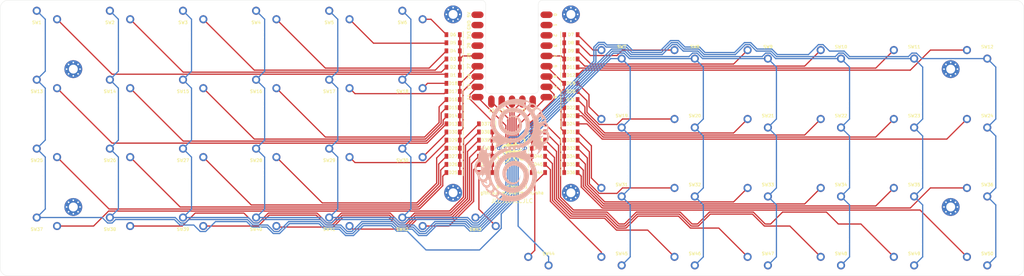
<source format=kicad_pcb>
(kicad_pcb (version 20240108) (generator "pcbnew") (generator_version "8.0")
  (title_block (title "Sha Choc") (date "2024-10-09") (rev "1.1") (company "skarrmann"))
  (layers (0 "F.Cu" power) (31 "B.Cu" jumper) (34 "B.Paste" user) (35 "F.Paste" user) (36 "B.SilkS" user "B.Silkscreen") (37 "F.SilkS" user "F.Silkscreen") (38 "B.Mask" user) (39 "F.Mask" user) (44 "Edge.Cuts" user))
  (net 0 "")
  (net 1 "GND")
  (net 2 "ROW1")
  (net 3 "Net-(D1-A)")
  (net 4 "Net-(D2-A)")
  (net 5 "Net-(D3-A)")
  (net 6 "Net-(D4-A)")
  (net 7 "Net-(D5-A)")
  (net 8 "Net-(D6-A)")
  (net 9 "Net-(D43-A)")
  (net 10 "Net-(D7-A)")
  (net 11 "Net-(D8-A)")
  (net 12 "VCC")
  (net 13 "Net-(D9-A)")
  (net 14 "Net-(D10-A)")
  (net 15 "Net-(D11-A)")
  (net 16 "Net-(D12-A)")
  (net 17 "ROW2")
  (net 18 "Net-(D13-A)")
  (net 19 "Net-(D14-A)")
  (net 20 "Net-(D15-A)")
  (net 22 "Net-(D16-A)")
  (net 23 "Net-(D17-A)")
  (net 25 "Net-(D18-A)")
  (net 26 "Net-(D44-A)")
  (net 27 "Net-(D19-A)")
  (net 28 "Net-(D20-A)")
  (net 29 "Net-(D21-A)")
  (net 30 "Net-(D22-A)")
  (net 31 "Net-(D23-A)")
  (net 32 "Net-(D24-A)")
  (net 33 "ROW3")
  (net 34 "Net-(D25-A)")
  (net 35 "Net-(D26-A)")
  (net 36 "Net-(D27-A)")
  (net 37 "Net-(D28-A)")
  (net 38 "Net-(D29-A)")
  (net 39 "Net-(D30-A)")
  (net 40 "Net-(D45-A)")
  (net 41 "Net-(D31-A)")
  (net 42 "Net-(D32-A)")
  (net 43 "Net-(D33-A)")
  (net 44 "Net-(D34-A)")
  (net 45 "Net-(D35-A)")
  (net 46 "Net-(D36-A)")
  (net 47 "ROW4")
  (net 48 "Net-(D37-A)")
  (net 49 "Net-(D38-A)")
  (net 50 "Net-(D39-A)")
  (net 51 "Net-(D40-A)")
  (net 52 "Net-(D41-A)")
  (net 53 "Net-(D42-A)")
  (net 54 "COL1")
  (net 55 "COL2")
  (net 56 "COL3")
  (net 57 "COL4")
  (net 58 "COL5")
  (net 59 "COL6")
  (net 60 "Net-(D46-A)")
  (net 61 "Net-(D47-A)")
  (net 62 "Net-(D48-A)")
  (net 63 "Net-(D49-A)")
  (net 64 "Net-(D50-A)")
  (net 65 "COL7")
  (net 66 "ROW5")
  (net 67 "ROW6")
  (net 68 "ROW7")
  (net 69 "ROW8")
  (footprint "sha-footprints:SW_Choc_Reverse_Cutout" (layer "F.Cu") (at 265.5 64 180)
    (property "Reference" "SW12")
    (property "Value" "SW_Push")
  )
  (footprint "sha-footprints:D_SOD-123" (layer "F.Cu") (at 134 86 180)
    (property "Reference" "D13")
    (property "Value" "D" (hide yes))
  )
  (footprint "sha-footprints:SW_Choc_Reverse_Cutout" (layer "F.Cu") (at 103.5 64)
    (property "Reference" "SW5")
    (property "Value" "SW_Push")
  )
  (footprint "sha-footprints:D_SOD-123" (layer "F.Cu") (at 142 92 180)
    (property "Reference" "D40")
    (property "Value" "D" (hide yes))
  )
  (footprint "sha-footprints:SW_Choc_Reverse_Cutout" (layer "F.Cu") (at 265.5 98 180)
    (property "Reference" "SW36")
    (property "Value" "SW_Push")
  )
  (footprint "sha-footprints:D_SOD-123" (layer "F.Cu") (at 134 66 180)
    (property "Reference" "D5")
    (property "Value" "D" (hide yes))
  )
  (footprint "sha-footprints:SW_Choc_Reverse_Cutout" (layer "F.Cu") (at 49.5 115)
    (property "Reference" "SW38")
    (property "Value" "SW_Push")
  )
  (footprint "sha-footprints:RP2040-Zero_SMD" (layer "F.Cu") (at 148.5 57.5)
    (property "Reference" "U1" (hide yes))
    (property "Value" "RP2040-Zero")
  )
  (footprint "sha-footprints:D_SOD-123" (layer "F.Cu") (at 155 92)
    (property "Reference" "D47")
    (property "Value" "D" (hide yes))
  )
  (footprint "sha-footprints:SW_Choc_Reverse_Cutout" (layer "F.Cu") (at 103.5 81)
    (property "Reference" "SW17")
    (property "Value" "SW_Push")
  )
  (footprint "sha-footprints:D_SOD-123" (layer "F.Cu") (at 134 98 180)
    (property "Reference" "D25")
    (property "Value" "D" (hide yes))
  )
  (footprint "sha-footprints:SW_Choc_Reverse_Cutout" (layer "F.Cu") (at 31.5 115)
    (property "Reference" "SW37")
    (property "Value" "SW_Push")
  )
  (footprint "sha-footprints:SW_Choc_Reverse_Cutout" (layer "F.Cu") (at 211.5 98 180)
    (property "Reference" "SW33")
    (property "Value" "SW_Push")
  )
  (footprint "sha-footprints:D_SOD-123" (layer "F.Cu") (at 134 82 180)
    (property "Reference" "D15")
    (property "Value" "D" (hide yes))
  )
  (footprint "sha-footprints:SW_Choc_Reverse_Cutout" (layer "F.Cu") (at 265.5 115 180)
    (property "Reference" "SW50")
    (property "Value" "SW_Push")
  )
  (footprint "sha-footprints:D_SOD-123" (layer "F.Cu") (at 163 94)
    (property "Reference" "D34")
    (property "Value" "D" (hide yes))
  )
  (footprint "sha-footprints:SW_Choc_Reverse_Cutout" (layer "F.Cu") (at 31.5 64)
    (property "Reference" "SW1")
    (property "Value" "SW_Push")
  )
  (footprint "sha-footprints:D_SOD-123" (layer "F.Cu") (at 163 88)
    (property "Reference" "D31")
    (property "Value" "D" (hide yes))
  )
  (footprint "sha-footprints:Mount_M2" (layer "F.Cu") (at 40.5 72.5)
    (property "Reference" "H1" (hide yes))
    (property "Value" "Hole_Pad" (hide yes))
  )
  (footprint "sha-footprints:D_SOD-123" (layer "F.Cu") (at 163 86)
    (property "Reference" "D24")
    (property "Value" "D" (hide yes))
  )
  (footprint "sha-footprints:D_SOD-123" (layer "F.Cu") (at 163 78)
    (property "Reference" "D20")
    (property "Value" "D" (hide yes))
  )
  (footprint "sha-footprints:D_SOD-123" (layer "F.Cu") (at 163 84)
    (property "Reference" "D23")
    (property "Value" "D" (hide yes))
  )
  (footprint "sha-footprints:SW_Choc_Reverse_Cutout" (layer "F.Cu") (at 121.5 98)
    (property "Reference" "SW30")
    (property "Value" "SW_Push")
  )
  (footprint "sha-footprints:SW_Choc_Reverse_Cutout" (layer "F.Cu") (at 139.5 115)
    (property "Reference" "SW43")
    (property "Value" "SW_Push")
  )
  (footprint "sha-footprints:D_SOD-123" (layer "F.Cu") (at 155 96)
    (property "Reference" "D45")
    (property "Value" "D" (hide yes))
  )
  (footprint "sha-footprints:D_SOD-123" (layer "F.Cu") (at 155 88)
    (property "Reference" "D49")
    (property "Value" "D" (hide yes))
  )
  (footprint "sha-footprints:D_SOD-123" (layer "F.Cu") (at 163 90)
    (property "Reference" "D32")
    (property "Value" "D" (hide yes))
  )
  (footprint "sha-footprints:SW_Choc_Reverse_Cutout" (layer "F.Cu") (at 229.5 64 180)
    (property "Reference" "SW10")
    (property "Value" "SW_Push")
  )
  (footprint "sha-footprints:D_SOD-123" (layer "F.Cu") (at 163 74)
    (property "Reference" "D12")
    (property "Value" "D" (hide yes))
  )
  (footprint "sha-footprints:SW_Choc_Reverse_Cutout" (layer "F.Cu") (at 193.5 115 180)
    (property "Reference" "SW46")
    (property "Value" "SW_Push")
  )
  (footprint "sha-footprints:SW_Choc_Reverse_Cutout" (layer "F.Cu") (at 121.5 115)
    (property "Reference" "SW42")
    (property "Value" "SW_Push")
  )
  (footprint "sha-footprints:Mount_M2" (layer "F.Cu") (at 134 59)
    (property "Reference" "H2" (hide yes))
    (property "Value" "Hole_Pad" (hide yes))
  )
  (footprint "sha-footprints:SW_Choc_Reverse_Cutout" (layer "F.Cu") (at 31.5 98)
    (property "Reference" "SW25")
    (property "Value" "SW_Push")
  )
  (footprint "sha-footprints:SW_Choc_Reverse_Cutout" (layer "F.Cu") (at 67.5 98)
    (property "Reference" "SW27")
    (property "Value" "SW_Push")
  )
  (footprint "sha-footprints:SW_Choc_Reverse_Cutout" (layer "F.Cu") (at 247.5 64 180)
    (property "Reference" "SW11")
    (property "Value" "SW_Push")
  )
  (footprint "sha-footprints:D_SOD-123" (layer "F.Cu") (at 134 68 180)
    (property "Reference" "D4")
    (property "Value" "D" (hide yes))
  )
  (footprint "sha-footprints:SW_Choc_Reverse_Cutout" (layer "F.Cu") (at 247.5 115 180)
    (property "Reference" "SW49")
    (property "Value" "SW_Push")
  )
  (footprint "sha-footprints:Mount_M2" (layer "F.Cu") (at 163 103)
    (property "Reference" "H7" (hide yes))
    (property "Value" "Hole_Pad" (hide yes))
  )
  (footprint "sha-footprints:D_SOD-123" (layer "F.Cu") (at 163 80)
    (property "Reference" "D21")
    (property "Value" "D" (hide yes))
  )
  (footprint "sha-footprints:SW_Choc_Reverse_Cutout" (layer "F.Cu") (at 211.5 81 180)
    (property "Reference" "SW21")
    (property "Value" "SW_Push")
  )
  (footprint "sha-footprints:D_SOD-123" (layer "F.Cu") (at 163 92)
    (property "Reference" "D33")
    (property "Value" "D" (hide yes))
  )
  (footprint "sha-footprints:D_SOD-123" (layer "F.Cu") (at 134 76 180)
    (property "Reference" "D18")
    (property "Value" "D" (hide yes))
  )
  (footprint "sha-footprints:SW_Choc_Reverse_Cutout" (layer "F.Cu") (at 121.5 64)
    (property "Reference" "SW6")
    (property "Value" "SW_Push")
  )
  (footprint "sha-footprints:D_SOD-123" (layer "F.Cu") (at 163 64)
    (property "Reference" "D7")
    (property "Value" "D" (hide yes))
  )
  (footprint "sha-footprints:SW_Choc_Reverse_Cutout" (layer "F.Cu") (at 85.5 115)
    (property "Reference" "SW40")
    (property "Value" "SW_Push")
  )
  (footprint "sha-footprints:SW_Choc_Reverse_Cutout" (layer "F.Cu") (at 31.5 81)
    (property "Reference" "SW13")
    (property "Value" "SW_Push")
  )
  (footprint "sha-footprints:SW_Choc_Reverse_Cutout" (layer "F.Cu") (at 175.5 64 180)
    (property "Reference" "SW7")
    (property "Value" "SW_Push")
  )
  (footprint "sha-footprints:SW_Choc_Reverse_Cutout" (layer "F.Cu") (at 175.5 81 180)
    (property "Reference" "SW19")
    (property "Value" "SW_Push")
  )
  (footprint "sha-footprints:D_SOD-123" (layer "F.Cu") (at 134 92 180)
    (property "Reference" "D28")
    (property "Value" "D" (hide yes))
  )
  (footprint "sha-footprints:SW_Choc_Reverse_Cutout" (layer "F.Cu") (at 121.5 81)
    (property "Reference" "SW18")
    (property "Value" "SW_Push")
  )
  (footprint "sha-footprints:D_SOD-123" (layer "F.Cu") (at 163 68)
    (property "Reference" "D9")
    (property "Value" "D" (hide yes))
  )
  (footprint "sha-footprints:SW_Choc_Reverse_Cutout" (layer "F.Cu") (at 229.5 81 180)
    (property "Reference" "SW22")
    (property "Value" "SW_Push")
  )
  (footprint "sha-footprints:SW_Choc_Reverse_Cutout" (layer "F.Cu") (at 85.5 81)
    (property "Reference" "SW16")
    (property "Value" "SW_Push")
  )
  (footprint "sha-footprints:Mount_M2" (layer "F.Cu") (at 256.5 106.5)
    (property "Reference" "H8" (hide yes))
    (property "Value" "Hole_Pad" (hide yes))
  )
  (footprint "sha-footprints:D_SOD-123" (layer "F.Cu") (at 134 70 180)
    (property "Reference" "D3")
    (property "Value" "D" (hide yes))
  )
  (footprint "sha-footprints:SW_Choc_Reverse_Cutout" (layer "F.Cu") (at 85.5 64)
    (property "Reference" "SW4")
    (property "Value" "SW_Push")
  )
  (footprint "sha-footprints:D_SOD-123" (layer "F.Cu") (at 134 72 180)
    (property "Reference" "D2")
    (property "Value" "D" (hide yes))
  )
  (footprint "sha-footprints:D_SOD-123" (layer "F.Cu") (at 134 78 180)
    (property "Reference" "D17")
    (property "Value" "D" (hide yes))
  )
  (footprint "sha-footprints:SW_Choc_Reverse_Cutout" (layer "F.Cu") (at 193.5 81 180)
    (property "Reference" "SW20")
    (property "Value" "SW_Push")
  )
  (footprint "sha-footprints:D_SOD-123" (layer "F.Cu") (at 142 88 180)
    (property "Reference" "D38")
    (property "Value" "D" (hide yes))
  )
  (footprint "sha-footprints:D_SOD-123" (layer "F.Cu") (at 155 94)
    (property "Reference" "D46")
    (property "Value" "D" (hide yes))
  )
  (footprint "sha-footprints:SW_Choc_Reverse_Cutout" (layer "F.Cu") (at 175.5 115 180)
    (property "Reference" "SW45")
    (property "Value" "SW_Push")
  )
  (footprint "sha-footprints:Mount_M2" (layer "F.Cu") (at 163 59)
    (property "Reference" "H3" (hide yes))
    (property "Value" "Hole_Pad" (hide yes))
  )
  (footprint "sha-footprints:Mount_M2" (layer "F.Cu") (at 256.5 72.5)
    (property "Reference" "H4" (hide yes))
    (property "Value" "Hole_Pad" (hide yes))
  )
  (footprint "sha-footprints:SW_Choc_Reverse_Cutout" (layer "F.Cu") (at 67.5 64)
    (property "Reference" "SW3")
    (property "Value" "SW_Push")
  )
  (footprint "sha-footprints:D_SOD-123" (layer "F.Cu") (at 142 86 180)
    (property "Reference" "D37")
    (property "Value" "D" (hide yes))
  )
  (footprint "sha-footprints:D_SOD-123" (layer "F.Cu") (at 163 96)
    (property "Reference" "D35")
    (property "Value" "D" (hide yes))
  )
  (footprint "sha-footprints:D_SOD-123" (layer "F.Cu") (at 134 94 180)
    (property "Reference" "D27")
    (property "Value" "D" (hide yes))
  )
  (footprint "sha-footprints:SW_Choc_Reverse_Cutout" (layer "F.Cu") (at 67.5 81)
    (property "Reference" "SW15")
    (property "Value" "SW_Push")
  )
  (footprint "sha-footprints:D_SOD-123" (layer "F.Cu") (at 163 98)
    (property "Reference" "D36")
    (property "Value" "D" (hide yes))
  )
  (footprint "sha-footprints:SW_Choc_Reverse_Cutout" (layer "F.Cu") (at 85.5 98)
    (property "Reference" "SW28")
    (property "Value" "SW_Push")
  )
  (footprint "sha-footprints:SW_Choc_Reverse_Cutout" (layer "F.Cu") (at 49.5 64)
    (property "Reference" "SW2")
    (property "Value" "SW_Push")
  )
  (footprint "sha-footprints:SW_Choc_Reverse_Cutout" (layer "F.Cu") (at 103.5 115)
    (property "Reference" "SW41")
    (property "Value" "SW_Push")
  )
  (footprint "sha-footprints:SW_Choc_Reverse_Cutout" (layer "F.Cu") (at 211.5 115 180)
    (property "Reference" "SW47")
    (property "Value" "SW_Push")
  )
  (footprint "sha-footprints:D_SOD-123" (layer "F.Cu") (at 155 90)
    (property "Reference" "D48")
    (property "Value" "D" (hide yes))
  )
  (footprint "sha-footprints:D_SOD-123" (layer "F.Cu") (at 163 82)
    (property "Reference" "D22")
    (property "Value" "D" (hide yes))
  )
  (footprint "sha-footprints:SW_Choc_Reverse_Cutout" (layer "F.Cu") (at 229.5 115 180)
    (property "Reference" "SW48")
    (property "Value" "SW_Push")
  )
  (footprint "sha-footprints:D_SOD-123" (layer "F.Cu") (at 134 64 180)
    (property "Reference" "D6")
    (property "Value" "D" (hide yes))
  )
  (footprint "sha-footprints:D_SOD-123" (layer "F.Cu") (at 134 80 180)
    (property "Reference" "D16")
    (property "Value" "D" (hide yes))
  )
  (footprint "sha-footprints:SW_Choc_Reverse_Cutout" (layer "F.Cu") (at 67.5 115)
    (property "Reference" "SW39")
    (property "Value" "SW_Push")
  )
  (footprint "sha-footprints:Mount_M2" (layer "F.Cu") (at 40.5 106.5)
    (property "Reference" "H5" (hide yes))
    (property "Value" "Hole_Pad" (hide yes))
  )
  (footprint "sha-footprints:SW_Choc_Reverse_Cutout" (layer "F.Cu") (at 157.5 115 180)
    (property "Reference" "SW44")
    (property "Value" "SW_Push")
  )
  (footprint "sha-footprints:D_SOD-123" (layer "F.Cu") (at 163 76)
    (property "Reference" "D19")
    (property "Value" "D" (hide yes))
  )
  (footprint "sha-footprints:D_SOD-123" (layer "F.Cu") (at 142 94 180)
    (property "Reference" "D41")
    (property "Value" "D" (hide yes))
  )
  (footprint "sha-footprints:Logo_Sha_Name" (layer "F.Cu") (at 148.5 92.5)
    (property "Reference" "LOGO2" (hide yes))
    (property "Value" "Logo" (hide yes))
  )
  (footprint "sha-footprints:D_SOD-123" (layer "F.Cu") (at 134 84 180)
    (property "Reference" "D14")
    (property "Value" "D" (hide yes))
  )
  (footprint "sha-footprints:SW_Choc_Reverse_Cutout" (layer "F.Cu") (at 193.5 64 180)
    (property "Reference" "SW8")
    (property "Value" "SW_Push")
  )
  (footprint "sha-footprints:D_SOD-123" (layer "F.Cu") (at 155 86)
    (property "Reference" "D50")
    (property "Value" "D" (hide yes))
  )
  (footprint "sha-footprints:D_SOD-123" (layer "F.Cu") (at 142 90 180)
    (property "Reference" "D39")
    (property "Value" "D" (hide yes))
  )
  (footprint "sha-footprints:SW_Choc_Reverse_Cutout" (layer "F.Cu") (at 247.5 98 180)
    (property "Reference" "SW35")
    (property "Value" "SW_Push")
  )
  (footprint "sha-footprints:SW_Choc_Reverse_Cutout" (layer "F.Cu") (at 193.5 98 180)
    (property "Reference" "SW32")
    (property "Value" "SW_Push")
  )
  (footprint "sha-footprints:SW_Choc_Reverse_Cutout" (layer "F.Cu") (at 175.5 98 180)
    (property "Reference" "SW31")
    (property "Value" "SW_Push")
  )
  (footprint "sha-footprints:SW_Choc_Reverse_Cutout" (layer "F.Cu") (at 265.5 81 180)
    (property "Reference" "SW24")
    (property "Value" "SW_Push")
  )
  (footprint "sha-footprints:D_SOD-123" (layer "F.Cu") (at 142 98 180)
    (property "Reference" "D43")
    (property "Value" "D" (hide yes))
  )
  (footprint "sha-footprints:D_SOD-123" (layer "F.Cu") (at 155 98)
    (property "Reference" "D44")
    (property "Value" "D" (hide yes))
  )
  (footprint "sha-footprints:D_SOD-123" (layer "F.Cu") (at 134 88 180)
    (property "Reference" "D30")
    (property "Value" "D" (hide yes))
  )
  (footprint "sha-footprints:SW_Choc_Reverse_Cutout" (layer "F.Cu") (at 229.5 98 180)
    (property "Reference" "SW34")
    (property "Value" "SW_Push")
  )
  (footprint "sha-footprints:D_SOD-123" (layer "F.Cu") (at 134 74 180)
    (property "Reference" "D1")
    (property "Value" "D" (hide yes))
  )
  (footprint "sha-footprints:D_SOD-123" (layer "F.Cu") (at 142 96 180)
    (property "Reference" "D42")
    (property "Value" "D" (hide yes))
  )
  (footprint "sha-footprints:SW_Choc_Reverse_Cutout" (layer "F.Cu") (at 211.5 64 180)
    (property "Reference" "SW9")
    (property "Value" "SW_Push")
  )
  (footprint "sha-footprints:D_SOD-123" (layer "F.Cu") (at 134 96 180)
    (property "Reference" "D26")
    (property "Value" "D" (hide yes))
  )
  (footprint "sha-footprints:SW_Choc_Reverse_Cutout" (layer "F.Cu") (at 49.5 98)
    (property "Reference" "SW26")
    (property "Value" "SW_Push")
  )
  (footprint "sha-footprints:D_SOD-123" (layer "F.Cu") (at 163 70)
    (property "Reference" "D10")
    (property "Value" "D" (hide yes))
  )
  (footprint "sha-footprints:D_SOD-123" (layer "F.Cu") (at 134 90 180)
    (property "Reference" "D29")
    (property "Value" "D" (hide yes))
  )
  (footprint "sha-footprints:D_SOD-123" (layer "F.Cu") (at 163 66)
    (property "Reference" "D8")
    (property "Value" "D" (hide yes))
  )
  (footprint "sha-footprints:SW_Choc_Reverse_Cutout" (layer "F.Cu") (at 49.5 81)
    (property "Reference" "SW14")
    (property "Value" "SW_Push")
  )
  (footprint "sha-footprints:D_SOD-123" (layer "F.Cu") (at 163 72)
    (property "Reference" "D11")
    (property "Value" "D" (hide yes))
  )
  (footprint "sha-footprints:SW_Choc_Reverse_Cutout" (layer "F.Cu") (at 103.5 98)
    (property "Reference" "SW29")
    (property "Value" "SW_Push")
  )
  (footprint "sha-footprints:SW_Choc_Reverse_Cutout" (layer "F.Cu") (at 247.5 81 180)
    (property "Reference" "SW23")
    (property "Value" "SW_Push")
  )
  (footprint "sha-footprints:Mount_M2" (layer "F.Cu") (at 134 103)
    (property "Reference" "H6" (hide yes))
    (property "Value" "Hole_Pad" (hide yes))
  )
  (footprint "sha-footprints:Logo_Sha" (layer "B.Cu") (at 148.5 92.5 180)
    (property "Reference" "LOGO1" (hide yes))
    (property "Value" "Logo" (hide yes))
  )
  (gr_arc (start 143 78.5) (mid 142.292893 78.207107) (end 142 77.5) (stroke (width 0.05)) (layer "Edge.Cuts"))
  (gr_arc (start 141 55.5) (mid 141.707107 55.792893) (end 142 56.5) (stroke (width 0.05)) (layer "Edge.Cuts"))
  (gr_line (start 274.5 121.500001) (end 274.5 57.500001) (stroke (width 0.05)) (layer "Edge.Cuts"))
  (gr_line (start 156.000001 55.5) (end 272.5 55.500001) (stroke (width 0.05)) (layer "Edge.Cuts"))
  (gr_arc (start 24.5 123.5) (mid 23.085786 122.914214) (end 22.5 121.5) (stroke (width 0.05)) (layer "Edge.Cuts"))
  (gr_arc (start 274.5 121.500001) (mid 273.914213 122.914214) (end 272.5 123.500001) (stroke (width 0.05)) (layer "Edge.Cuts"))
  (gr_arc (start 155 56.5) (mid 155.292894 55.792893) (end 156.000001 55.5) (stroke (width 0.05)) (layer "Edge.Cuts"))
  (gr_line (start 22.5 57.5) (end 22.5 121.5) (stroke (width 0.05)) (layer "Edge.Cuts"))
  (gr_line (start 142 56.5) (end 142 77.5) (stroke (width 0.05)) (layer "Edge.Cuts"))
  (gr_arc (start 155 77.5) (mid 154.707107 78.207107) (end 154 78.5) (stroke (width 0.05)) (layer "Edge.Cuts"))
  (gr_arc (start 22.5 57.5) (mid 23.085786 56.085786) (end 24.5 55.5) (stroke (width 0.05)) (layer "Edge.Cuts"))
  (gr_line (start 155 56.5) (end 155 77.5) (stroke (width 0.05)) (layer "Edge.Cuts"))
  (gr_line (start 24.5 55.5) (end 141 55.5) (stroke (width 0.05)) (layer "Edge.Cuts"))
  (gr_arc (start 272.5 55.500001) (mid 273.914213 56.085787) (end 274.5 57.500001) (stroke (width 0.05)) (layer "Edge.Cuts"))
  (gr_line (start 24.5 123.5) (end 272.5 123.500001) (stroke (width 0.05)) (layer "Edge.Cuts"))
  (gr_line (start 143 78.5) (end 154 78.5) (stroke (width 0.05)) (layer "Edge.Cuts"))
  (gr_text "Sha Choc 1.1" (at 148.5 101.5 0) (layer "F.SilkS") (effects (font (size 0.75 0.75))))
  (gr_text "JLCJLCJLCJLC" (at 148.5 105 0) (layer "F.SilkS") (effects (font (size 1 1))))
  (gr_text "github.com/skarrmann/sha" (at 148.5 103 0) (layer "F.SilkS") (effects (font (size 0.75 0.75))))
  (segment (start 135.65 64) (end 135.65 74) (width 0.3) (layer "F.Cu") (net 2))
  (segment (start 136.4 69.25) (end 135.65 70) (width 0.3) (layer "F.Cu") (net 2))
  (segment (start 140 69.25) (end 136.4 69.25) (width 0.3) (layer "F.Cu") (net 2))
  (segment (start 50.05 73.75) (end 36.5 60.2) (width 0.3) (layer "F.Cu") (net 3))
  (segment (start 132.1 73.75) (end 50.05 73.75) (width 0.3) (layer "F.Cu") (net 3))
  (segment (start 132.35 74) (end 132.1 73.75) (width 0.3) (layer "F.Cu") (net 3))
  (segment (start 131.1 73.25) (end 67.55 73.25) (width 0.3) (layer "F.Cu") (net 4))
  (segment (start 67.55 73.25) (end 54.5 60.2) (width 0.3) (layer "F.Cu") (net 4))
  (segment (start 132.35 72) (end 131.1 73.25) (width 0.3) (layer "F.Cu") (net 4))
  (segment (start 85.05 72.75) (end 72.5 60.2) (width 0.3) (layer "F.Cu") (net 5))
  (segment (start 132.35 70) (end 129.6 72.75) (width 0.3) (layer "F.Cu") (net 5))
  (segment (start 129.6 72.75) (end 85.05 72.75) (width 0.3) (layer "F.Cu") (net 5))
  (segment (start 102.55 72.25) (end 90.5 60.2) (width 0.3) (layer "F.Cu") (net 6))
  (segment (start 132.35 68) (end 128.1 72.25) (width 0.3) (layer "F.Cu") (net 6))
  (segment (start 128.1 72.25) (end 102.55 72.25) (width 0.3) (layer "F.Cu") (net 6))
  (segment (start 132.35 66) (end 132.25 66.1) (width 0.3) (layer "F.Cu") (net 7))
  (segment (start 114.4 66.1) (end 108.5 60.2) (width 0.3) (layer "F.Cu") (net 7))
  (segment (start 132.25 66.1) (end 114.4 66.1) (width 0.3) (layer "F.Cu") (net 7))
  (segment (start 126.5 60.2) (end 128.55 60.2) (width 0.3) (layer "F.Cu") (net 8))
  (segment (start 128.55 60.2) (end 132.35 64) (width 0.3) (layer "F.Cu") (net 8))
  (segment (start 140.35 98) (end 140.35 107.05) (width 0.3) (layer "F.Cu") (net 9))
  (segment (start 140.35 107.05) (end 144.5 111.2) (width 0.3) (layer "F.Cu") (net 9))
  (segment (start 168.45 67.8) (end 164.65 64) (width 0.3) (layer "F.Cu") (net 10))
  (segment (start 170.5 67.8) (end 168.45 67.8) (width 0.3) (layer "F.Cu") (net 10))
  (segment (start 167.8 69.15) (end 174.340811 69.15) (width 0.3) (layer "F.Cu") (net 11))
  (segment (start 175.690811 67.8) (end 188.5 67.8) (width 0.3) (layer "F.Cu") (net 11))
  (segment (start 174.340811 69.15) (end 175.690811 67.8) (width 0.3) (layer "F.Cu") (net 11))
  (segment (start 164.65 66) (end 167.8 69.15) (width 0.3) (layer "F.Cu") (net 11))
  (segment (start 203.05 71.25) (end 206.5 67.8) (width 0.3) (layer "F.Cu") (net 13))
  (segment (start 167.9 71.25) (end 203.05 71.25) (width 0.3) (layer "F.Cu") (net 13))
  (segment (start 164.65 68) (end 167.9 71.25) (width 0.3) (layer "F.Cu") (net 13))
  (segment (start 166.4 71.75) (end 220.55 71.75) (width 0.3) (layer "F.Cu") (net 14))
  (segment (start 220.55 71.75) (end 224.5 67.8) (width 0.3) (layer "F.Cu") (net 14))
  (segment (start 164.65 70) (end 166.4 71.75) (width 0.3) (layer "F.Cu") (net 14))
  (segment (start 164.9 72.25) (end 238.05 72.25) (width 0.3) (layer "F.Cu") (net 15))
  (segment (start 238.05 72.25) (end 242.5 67.8) (width 0.3) (layer "F.Cu") (net 15))
  (segment (start 164.65 72) (end 164.9 72.25) (width 0.3) (layer "F.Cu") (net 15))
  (segment (start 164.65 74) (end 165.9 72.75) (width 0.3) (layer "F.Cu") (net 16))
  (segment (start 246.559189 72.75) (end 251.509189 67.8) (width 0.3) (layer "F.Cu") (net 16))
  (segment (start 251.509189 67.8) (end 260.5 67.8) (width 0.3) (layer "F.Cu") (net 16))
  (segment (start 165.9 72.75) (end 246.559189 72.75) (width 0.3) (layer "F.Cu") (net 16))
  (segment (start 160.6 69.25) (end 161.35 70) (width 0.3) (layer "F.Cu") (net 17))
  (segment (start 161.35 74) (end 161.35 64) (width 0.3) (layer "F.Cu") (net 17))
  (segment (start 157 69.25) (end 160.6 69.25) (width 0.3) (layer "F.Cu") (net 17))
  (segment (start 127.6 90.75) (end 50.05 90.75) (width 0.3) (layer "F.Cu") (net 18))
  (segment (start 50.05 90.75) (end 36.5 77.2) (width 0.3) (layer "F.Cu") (net 18))
  (segment (start 132.35 86) (end 127.6 90.75) (width 0.3) (layer "F.Cu") (net 18))
  (segment (start 131.55 86.092894) (end 127.392894 90.25) (width 0.3) (layer "F.Cu") (net 19))
  (segment (start 132.35 84.25) (end 131.55 85.05) (width 0.3) (layer "F.Cu") (net 19))
  (segment (start 67.55 90.25) (end 54.5 77.2) (width 0.3) (layer "F.Cu") (net 19))
  (segment (start 131.55 85.05) (end 131.55 86.092894) (width 0.3) (layer "F.Cu") (net 19))
  (segment (start 132.35 84) (end 132.35 84.25) (width 0.3) (layer "F.Cu") (net 19))
  (segment (start 127.392894 90.25) (end 67.55 90.25) (width 0.3) (layer "F.Cu") (net 19))
  (segment (start 131.05 85.885788) (end 127.185788 89.75) (width 0.3) (layer "F.Cu") (net 20))
  (segment (start 127.185788 89.75) (end 85.05 89.75) (width 0.3) (layer "F.Cu") (net 20))
  (segment (start 131.05 83.3) (end 131.05 85.885788) (width 0.3) (layer "F.Cu") (net 20))
  (segment (start 132.35 82) (end 131.05 83.3) (width 0.3) (layer "F.Cu") (net 20))
  (segment (start 85.05 89.75) (end 72.5 77.2) (width 0.3) (layer "F.Cu") (net 20))
  (segment (start 130.55 81.8) (end 130.55 85.678682) (width 0.3) (layer "F.Cu") (net 22))
  (segment (start 126.978682 89.25) (end 102.55 89.25) (width 0.3) (layer "F.Cu") (net 22))
  (segment (start 130.55 85.678682) (end 126.978682 89.25) (width 0.3) (layer "F.Cu") (net 22))
  (segment (start 102.55 89.25) (end 90.5 77.2) (width 0.3) (layer "F.Cu") (net 22))
  (segment (start 132.35 80) (end 130.55 81.8) (width 0.3) (layer "F.Cu") (net 22))
  (segment (start 109.85 78.55) (end 108.5 77.2) (width 0.3) (layer "F.Cu") (net 23))
  (segment (start 131.8 78.55) (end 109.85 78.55) (width 0.3) (layer "F.Cu") (net 23))
  (segment (start 132.35 78) (end 131.8 78.55) (width 0.3) (layer "F.Cu") (net 23))
  (segment (start 127.7 76) (end 126.5 77.2) (width 0.3) (layer "F.Cu") (net 25))
  (segment (start 132.35 76) (end 127.7 76) (width 0.3) (layer "F.Cu") (net 25))
  (segment (start 154.1 100.55) (end 154.1 117.2) (width 0.3) (layer "F.Cu") (net 26))
  (segment (start 156.65 98) (end 154.1 100.55) (width 0.3) (layer "F.Cu") (net 26))
  (segment (start 154.1 117.2) (end 152.5 118.8) (width 0.3) (layer "F.Cu") (net 26))
  (segment (start 164.65 76) (end 167.45 78.8) (width 0.3) (layer "F.Cu") (net 27))
  (segment (start 167.45 81.75) (end 170.5 84.8) (width 0.3) (layer "F.Cu") (net 27))
  (segment (start 167.45 78.8) (end 167.45 81.75) (width 0.3) (layer "F.Cu") (net 27))
  (segment (start 175.690811 84.8) (end 188.5 84.8) (width 0.3) (layer "F.Cu") (net 28))
  (segment (start 169.940811 86.15) (end 174.340811 86.15) (width 0.3) (layer "F.Cu") (net 28))
  (segment (start 174.340811 86.15) (end 175.690811 84.8) (width 0.3) (layer "F.Cu") (net 28))
  (segment (start 166.95 83.159189) (end 169.940811 86.15) (width 0.3) (layer "F.Cu") (net 28))
  (segment (start 166.95 80.3) (end 166.95 83.159189) (width 0.3) (layer "F.Cu") (net 28))
  (segment (start 164.65 78) (end 166.95 80.3) (width 0.3) (layer "F.Cu") (net 28))
  (segment (start 166.45 83.366295) (end 171.333705 88.25) (width 0.3) (layer "F.Cu") (net 29))
  (segment (start 171.333705 88.25) (end 203.05 88.25) (width 0.3) (layer "F.Cu") (net 29))
  (segment (start 203.05 88.25) (end 206.5 84.8) (width 0.3) (layer "F.Cu") (net 29))
  (segment (start 164.65 80) (end 166.45 81.8) (width 0.3) (layer "F.Cu") (net 29))
  (segment (start 166.45 81.8) (end 166.45 83.366295) (width 0.3) (layer "F.Cu") (net 29))
  (segment (start 164.65 82) (end 164.65 82.273401) (width 0.3) (layer "F.Cu") (net 30))
  (segment (start 164.65 82.273401) (end 170.833705 88.457107) (width 0.3) (layer "F.Cu") (net 30))
  (segment (start 170.833705 88.457107) (end 171.126598 88.75) (width 0.3) (layer "F.Cu") (net 30))
  (segment (start 171.126598 88.75) (end 220.55 88.75) (width 0.3) (layer "F.Cu") (net 30))
  (segment (start 220.55 88.75) (end 224.5 84.8) (width 0.3) (layer "F.Cu") (net 30))
  (segment (start 168.859746 87.190255) (end 170.919491 89.25) (width 0.3) (layer "F.Cu") (net 31))
  (segment (start 165.669492 84) (end 168.859746 87.190254) (width 0.3) (layer "F.Cu") (net 31))
  (segment (start 168.859746 87.190254) (end 168.859746 87.190255) (width 0.3) (layer "F.Cu") (net 31))
  (segment (start 164.65 84) (end 165.669492 84) (width 0.3) (layer "F.Cu") (net 31))
  (segment (start 170.919491 89.25) (end 238.05 89.25) (width 0.3) (layer "F.Cu") (net 31))
  (segment (start 238.05 89.25) (end 242.5 84.8) (width 0.3) (layer "F.Cu") (net 31))
  (segment (start 167.966193 87.003807) (end 167.966193 87.003809) (width 0.3) (layer "F.Cu") (net 32))
  (segment (start 167.966193 87.003809) (end 170.712384 89.75) (width 0.3) (layer "F.Cu") (net 32))
  (segment (start 170.712384 89.75) (end 255.55 89.75) (width 0.3) (layer "F.Cu") (net 32))
  (segment (start 255.55 89.75) (end 260.5 84.8) (width 0.3) (layer "F.Cu") (net 32))
  (segment (start 164.65 86) (end 166.962386 86) (width 0.3) (layer "F.Cu") (net 32))
  (segment (start 166.962386 86) (end 167.966193 87.003807) (width 0.3) (layer "F.Cu") (net 32))
  (segment (start 135.65 86) (end 135.65 76) (width 0.3) (layer "F.Cu") (net 33))
  (segment (start 135.79 76) (end 140 71.79) (width 0.3) (layer "F.Cu") (net 33))
  (segment (start 135.65 76) (end 135.79 76) (width 0.3) (layer "F.Cu") (net 33))
  (segment (start 49.3 107) (end 36.5 94.2) (width 0.3) (layer "F.Cu") (net 34))
  (segment (start 129.603553 103.103554) (end 125.707107 107) (width 0.3) (layer "F.Cu") (net 34))
  (segment (start 125.707107 107) (end 49.3 107) (width 0.3) (layer "F.Cu") (net 34))
  (segment (start 129.603553 103.103553) (end 129.603553 103.103554) (width 0.3) (layer "F.Cu") (net 34))
  (segment (start 131.45 98.9) (end 131.45 101.257106) (width 0.3) (layer "F.Cu") (net 34))
  (segment (start 132.35 98) (end 131.45 98.9) (width 0.3) (layer "F.Cu") (net 34))
  (segment (start 131.45 101.257106) (end 129.603553 103.103553) (width 0.3) (layer "F.Cu") (net 34))
  (segment (start 132.35 96) (end 130.95 97.4) (width 0.3) (layer "F.Cu") (net 35))
  (segment (start 66.8 106.5) (end 54.5 94.2) (width 0.3) (layer "F.Cu") (net 35))
  (segment (start 125.5 106.5) (end 66.8 106.5) (width 0.3) (layer "F.Cu") (net 35))
  (segment (start 130.95 101.05) (end 125.5 106.5) (width 0.3) (layer "F.Cu") (net 35))
  (segment (start 130.95 97.4) (end 130.95 101.05) (width 0.3) (layer "F.Cu") (net 35))
  (segment (start 125.269849 106) (end 84.3 106) (width 0.3) (layer "F.Cu") (net 36))
  (segment (start 130.45 100.819848) (end 127.259924 104.009924) (width 0.3) (layer "F.Cu") (net 36))
  (segment (start 132.35 94) (end 130.45 95.9) (width 0.3) (layer "F.Cu") (net 36))
  (segment (start 84.3 106) (end 72.5 94.2) (width 0.3) (layer "F.Cu") (net 36))
  (segment (start 127.259924 104.009925) (end 125.269849 106) (width 0.3) (layer "F.Cu") (net 36))
  (segment (start 130.45 95.9) (end 130.45 100.819848) (width 0.3) (layer "F.Cu") (net 36))
  (segment (start 127.259924 104.009924) (end 127.259924 104.009925) (width 0.3) (layer "F.Cu") (net 36))
  (segment (start 101.8 105.5) (end 90.5 94.2) (width 0.3) (layer "F.Cu") (net 37))
  (segment (start 129.95 94.4) (end 129.95 100.612742) (width 0.3) (layer "F.Cu") (net 37))
  (segment (start 125.062742 105.5) (end 101.8 105.5) (width 0.3) (layer "F.Cu") (net 37))
  (segment (start 129.95 100.612742) (end 125.062742 105.5) (width 0.3) (layer "F.Cu") (net 37))
  (segment (start 132.35 92) (end 129.95 94.4) (width 0.3) (layer "F.Cu") (net 37))
  (segment (start 132.35 90) (end 132.35 90.4) (width 0.3) (layer "F.Cu") (net 38))
  (segment (start 109.85 95.55) (end 108.5 94.2) (width 0.3) (layer "F.Cu") (net 38))
  (segment (start 127.2 95.55) (end 109.85 95.55) (width 0.3) (layer "F.Cu") (net 38))
  (segment (start 132.35 90.4) (end 127.2 95.55) (width 0.3) (layer "F.Cu") (net 38))
  (segment (start 132.35 88.35) (end 132.35 88) (width 0.3) (layer "F.Cu") (net 39))
  (segment (start 126.5 94.2) (end 132.35 88.35) (width 0.3) (layer "F.Cu") (net 39))
  (segment (start 157.95 105.091779) (end 157.95 97.3) (width 0.3) (layer "F.Cu") (net 40))
  (segment (start 157.95 97.3) (end 156.65 96) (width 0.3) (layer "F.Cu") (net 40))
  (segment (start 170.5 118.8) (end 170.5 117.641779) (width 0.3) (layer "F.Cu") (net 40))
  (segment (start 170.5 117.641779) (end 157.95 105.091779) (width 0.3) (layer "F.Cu") (net 40))
  (segment (start 164.65 88) (end 168.05 91.4) (width 0.3) (layer "F.Cu") (net 41))
  (segment (start 168.05 99.35) (end 170.5 101.8) (width 0.3) (layer "F.Cu") (net 41))
  (segment (start 168.05 91.4) (end 168.05 99.35) (width 0.3) (layer "F.Cu") (net 41))
  (segment (start 167.55 100.759189) (end 169.940811 103.15) (width 0.3) (layer "F.Cu") (net 42))
  (segment (start 167.55 92.9) (end 167.55 100.759189) (width 0.3) (layer "F.Cu") (net 42))
  (segment (start 175.690811 101.8) (end 188.5 101.8) (width 0.3) (layer "F.Cu") (net 42))
  (segment (start 169.940811 103.15) (end 174.340811 103.15) (width 0.3) (layer "F.Cu") (net 42))
  (segment (start 164.65 90) (end 167.55 92.9) (width 0.3) (layer "F.Cu") (net 42))
  (segment (start 174.340811 103.15) (end 175.690811 101.8) (width 0.3) (layer "F.Cu") (net 42))
  (segment (start 169.186853 103.103149) (end 171.333704 105.25) (width 0.3) (layer "F.Cu") (net 43))
  (segment (start 167.05 94.4) (end 167.05 100.966295) (width 0.3) (layer "F.Cu") (net 43))
  (segment (start 167.05 100.966295) (end 169.186853 103.103147) (width 0.3) (layer "F.Cu") (net 43))
  (segment (start 169.186853 103.103147) (end 169.186853 103.103149) (width 0.3) (layer "F.Cu") (net 43))
  (segment (start 171.333704 105.25) (end 203.05 105.25) (width 0.3) (layer "F.Cu") (net 43))
  (segment (start 164.65 92) (end 167.05 94.4) (width 0.3) (layer "F.Cu") (net 43))
  (segment (start 203.05 105.25) (end 206.5 101.8) (width 0.3) (layer "F.Cu") (net 43))
  (segment (start 169.233704 103.857107) (end 169.526597 104.15) (width 0.3) (layer "F.Cu") (net 44))
  (segment (start 169.526597 104.15) (end 169.526597 104.150001) (width 0.3) (layer "F.Cu") (net 44))
  (segment (start 166.55 95.9) (end 166.55 101.173402) (width 0.3) (layer "F.Cu") (net 44))
  (segment (start 220.55 105.75) (end 224.5 101.8) (width 0.3) (layer "F.Cu") (net 44))
  (segment (start 168.778299 103.401701) (end 169.233704 103.857107) (width 0.3) (layer "F.Cu") (net 44))
  (segment (start 164.65 94) (end 166.55 95.9) (width 0.3) (layer "F.Cu") (net 44))
  (segment (start 171.126596 105.75) (end 220.55 105.75) (width 0.3) (layer "F.Cu") (net 44))
  (segment (start 169.526597 104.150001) (end 171.126596 105.75) (width 0.3) (layer "F.Cu") (net 44))
  (segment (start 166.55 101.173402) (end 168.778299 103.401701) (width 0.3) (layer "F.Cu") (net 44))
  (segment (start 168.719746 104.050254) (end 168.733704 104.064213) (width 0.3) (layer "F.Cu") (net 45))
  (segment (start 168.733704 104.064213) (end 168.733704 104.064214) (width 0.3) (layer "F.Cu") (net 45))
  (segment (start 166.05 97.4) (end 166.05 101.380509) (width 0.3) (layer "F.Cu") (net 45))
  (segment (start 164.65 96) (end 166.05 97.4) (width 0.3) (layer "F.Cu") (net 45))
  (segment (start 170.91949 106.25) (end 238.05 106.25) (width 0.3) (layer "F.Cu") (net 45))
  (segment (start 238.05 106.25) (end 242.5 101.8) (width 0.3) (layer "F.Cu") (net 45))
  (segment (start 168.733704 104.064214) (end 170.91949 106.25) (width 0.3) (layer "F.Cu") (net 45))
  (segment (start 166.05 101.380509) (end 168.719746 104.050254) (width 0.3) (layer "F.Cu") (net 45))
  (segment (start 170.712384 106.75) (end 246.559189 106.75) (width 0.3) (layer "F.Cu") (net 46))
  (segment (start 165.55 98.9) (end 165.55 101.587616) (width 0.3) (layer "F.Cu") (net 46))
  (segment (start 165.55 101.587616) (end 168.566192 104.603808) (width 0.3) (layer "F.Cu") (net 46))
  (segment (start 168.981192 105.018808) (end 170.712384 106.75) (width 0.3) (layer "F.Cu") (net 46))
  (segment (start 246.559189 106.75) (end 251.509189 101.8) (width 0.3) (layer "F.Cu") (net 46))
  (segment (start 168.566192 104.603809) (end 168.981192 105.018808) (width 0.3) (layer "F.Cu") (net 46))
  (segment (start 168.566192 104.603808) (end 168.566192 104.603809) (width 0.3) (layer "F.Cu") (net 46))
  (segment (start 164.65 98) (end 165.55 98.9) (width 0.3) (layer "F.Cu") (net 46))
  (segment (start 251.509189 101.8) (end 260.5 101.8) (width 0.3) (layer "F.Cu") (net 46))
  (segment (start 161.35 76) (end 161.35 86) (width 0.3) (layer "F.Cu") (net 47))
  (segment (start 161.21 76) (end 161.35 76) (width 0.3) (layer "F.Cu") (net 47))
  (segment (start 157 71.79) (end 161.21 76) (width 0.3) (layer "F.Cu") (net 47))
  (segment (start 140.35 86) (end 136.55 89.8) (width 0.3) (layer "F.Cu") (net 48))
  (segment (start 136.55 104.056246) (end 133.106246 107.5) (width 0.3) (layer "F.Cu") (net 48))
  (segment (start 49.190811 107.5) (end 45.490811 111.2) (width 0.3) (layer "F.Cu") (net 48))
  (segment (start 45.490811 111.2) (end 36.5 111.2) (width 0.3) (layer "F.Cu") (net 48))
  (segment (start 136.55 89.8) (end 136.55 104.056246) (width 0.3) (layer "F.Cu") (net 48))
  (segment (start 133.106246 107.5) (end 49.190811 107.5) (width 0.3) (layer "F.Cu") (net 48))
  (segment (start 100.490811 108) (end 88.509189 108) (width 0.3) (layer "F.Cu") (net 49))
  (segment (start 137.05 91.3) (end 137.05 104.263352) (width 0.3) (layer "F.Cu") (net 49))
  (segment (start 67.309189 111.2) (end 54.5 111.2) (width 0.3) (layer "F.Cu") (net 49))
  (segment (start 137.05 104.263352) (end 133.656676 107.656676) (width 0.3) (layer "F.Cu") (net 49))
  (segment (start 133.656676 107.656677) (end 133.313353 108) (width 0.3) (layer "F.Cu") (net 49))
  (segment (start 86.059189 110.45) (end 84.940811 110.45) (width 0.3) (layer "F.Cu") (net 49))
  (segment (start 104.059189 110.45) (end 102.940811 110.45) (width 0.3) (layer "F.Cu") (net 49))
  (segment (start 124.509189 108) (end 122.059189 110.45) (width 0.3) (layer "F.Cu") (net 49))
  (segment (start 122.059189 110.45) (end 120.940811 110.45) (width 0.3) (layer "F.Cu") (net 49))
  (segment (start 82.490811 108) (end 70.509189 108) (width 0.3) (layer "F.Cu") (net 49))
  (segment (start 88.509189 108) (end 86.059189 110.45) (width 0.3) (layer "F.Cu") (net 49))
  (segment (start 102.940811 110.45) (end 100.490811 108) (width 0.3) (layer "F.Cu") (net 49))
  (segment (start 70.509189 108) (end 67.309189 111.2) (width 0.3) (layer "F.Cu") (net 49))
  (segment (start 140.35 88) (end 137.05 91.3) (width 0.3) (layer "F.Cu") (net 49))
  (segment (start 120.940811 110.45) (end 118.5 108.009189) (width 0.3) (layer "F.Cu") (net 49))
  (segment (start 84.940811 110.45) (end 82.490811 108) (width 0.3) (layer "F.Cu") (net 49))
  (segment (start 133.656676 107.656676) (end 133.656676 107.656677) (width 0.3) (layer "F.Cu") (net 49))
  (segment (start 106.509189 108) (end 104.059189 110.45) (width 0.3) (layer "F.Cu") (net 49))
  (segment (start 118.5 108.009189) (end 118.5 108) (width 0.3) (layer "F.Cu") (net 49))
  (segment (start 133.313353 108) (end 124.509189 108) (width 0.3) (layer "F.Cu") (net 49))
  (segment (start 118.5 108) (end 106.509189 108) (width 0.3) (layer "F.Cu") (net 49))
  (segment (start 136.135229 105.885229) (end 136.135229 105.88523) (width 0.3) (layer "F.Cu") (net 50))
  (segment (start 133.813353 108.207107) (end 133.52046 108.5) (width 0.3) (layer "F.Cu") (net 50))
  (segment (start 122.266296 110.95) (end 120.733705 110.95) (width 0.3) (layer "F.Cu") (net 50))
  (segment (start 106.716295 108.5) (end 105.233147 109.983148) (width 0.3) (layer "F.Cu") (net 50))
  (segment (start 86.016296 111.2) (end 72.5 111.2) (width 0.3) (layer "F.Cu") (net 50))
  (segment (start 104.266296 110.95) (end 102.733705 110.95) (width 0.3) (layer "F.Cu") (net 50))
  (segment (start 123.108147 110.108149) (end 122.266296 110.95) (width 0.3) (layer "F.Cu") (net 50))
  (segment (start 120.733705 110.95) (end 118.283705 108.5) (width 0.3) (layer "F.Cu") (net 50))
  (segment (start 140.35 90) (end 137.55 92.8) (width 0.3) (layer "F.Cu") (net 50))
  (segment (start 124.716295 108.5) (end 123.108147 110.108148) (width 0.3) (layer "F.Cu") (net 50))
  (segment (start 137.55 104.470458) (end 136.135229 105.885229) (width 0.3) (layer "F.Cu") (net 50))
  (segment (start 137.55 92.8) (end 137.55 104.470458) (width 0.3) (layer "F.Cu") (net 50))
  (segment (start 88.716295 108.5) (end 88.716295 108.500001) (width 0.3) (layer "F.Cu") (net 50))
  (segment (start 133.52046 108.5) (end 124.716295 108.5) (width 0.3) (layer "F.Cu") (net 50))
  (segment (start 105.233147 109.983149) (end 104.266296 110.95) (width 0.3) (layer "F.Cu") (net 50))
  (segment (start 118.283705 108.5) (end 106.716295 108.5) (width 0.3) (layer "F.Cu") (net 50))
  (segment (start 105.233147 109.983148) (end 105.233147 109.983149) (width 0.3) (layer "F.Cu") (net 50))
  (segment (start 88.716295 108.500001) (end 86.016296 111.2) (width 0.3) (layer "F.Cu") (net 50))
  (segment (start 100.283705 108.5) (end 88.716295 108.5) (width 0.3) (layer "F.Cu") (net 50))
  (segment (start 123.108147 110.108148) (end 123.108147 110.108149) (width 0.3) (layer "F.Cu") (net 50))
  (segment (start 136.135229 105.88523) (end 133.813353 108.207107) (width 0.3) (layer "F.Cu") (net 50))
  (segment (start 102.733705 110.95) (end 100.283705 108.5) (width 0.3) (layer "F.Cu") (net 50))
  (segment (start 90.75 111.45) (end 90.5 111.2) (width 0.3) (layer "F.Cu") (net 51))
  (segment (start 118.07 109) (end 106.923401 109) (width 0.3) (layer "F.Cu") (net 51))
  (segment (start 136.635229 106.092338) (end 133.727567 109) (width 0.3) (layer "F.Cu") (net 51))
  (segment (start 138.05 94.3) (end 138.05 104.677566) (width 0.3) (layer "F.Cu") (net 51))
  (segment (start 133.727567 109) (end 124.923402 109) (width 0.3) (layer "F.Cu") (net 51))
  (segment (start 136.635229 106.092337) (end 136.635229 106.092338) (width 0.3) (layer "F.Cu") (net 51))
  (segment (start 106.923401 109) (end 105.7017 110.221701) (width 0.3) (layer "F.Cu") (net 51))
  (segment (start 105.7017 110.221701) (end 105.440254 110.483149) (width 0.3) (layer "F.Cu") (net 51))
  (segment (start 105.440254 110.483149) (end 104.473403 111.45) (width 0.3) (layer "F.Cu") (net 51))
  (segment (start 123.4617 110.461703) (end 122.473403 111.45) (width 0.3) (layer "F.Cu") (net 51))
  (segment (start 104.473403 111.45) (end 90.75 111.45) (width 0.3) (layer "F.Cu") (net 51))
  (segment (start 124.923402 109) (end 123.4617 110.461702) (width 0.3) (layer "F.Cu") (net 51))
  (segment (start 120.52 111.45) (end 118.07 109) (width 0.3) (layer "F.Cu") (net 51))
  (segment (start 140.35 92) (end 138.05 94.3) (width 0.3) (layer "F.Cu") (net 51))
  (segment (start 123.4617 110.461702) (end 123.4617 110.461703) (width 0.3) (layer "F.Cu") (net 51))
  (segment (start 122.473403 111.45) (end 120.52 111.45) (width 0.3) (layer "F.Cu") (net 51))
  (segment (start 138.05 104.677566) (end 136.635229 106.092337) (width 0.3) (layer "F.Cu") (net 51))
  (segment (start 109.25 111.95) (end 108.5 111.2) (width 0.3) (layer "F.Cu") (net 52))
  (segment (start 123.668806 110.961702) (end 123.668806 110.961704) (width 0.3) (layer "F.Cu") (net 52))
  (segment (start 133.934674 109.5) (end 125.130508 109.5) (width 0.3) (layer "F.Cu") (net 52))
  (segment (start 140.35 94) (end 138.55 95.8) (width 0.3) (layer "F.Cu") (net 52))
  (segment (start 138.55 104.884674) (end 133.934674 109.5) (width 0.3) (layer "F.Cu") (net 52))
  (segment (start 123.668806 110.961704) (end 122.68051 111.95) (width 0.3) (layer "F.Cu") (net 52))
  (segment (start 125.130508 109.5) (end 123.668806 110.961702) (width 0.3) (layer "F.Cu") (net 52))
  (segment (start 122.68051 111.95) (end 109.25 111.95) (width 0.3) (layer "F.Cu") (net 52))
  (segment (start 138.55 95.8) (end 138.55 104.884674) (width 0.3) (layer "F.Cu") (net 52))
  (segment (start 139.05 97.3) (end 139.05 105.11) (width 0.3) (layer "F.Cu") (net 53))
  (segment (start 139.05 105.11) (end 132.96 111.2) (width 0.3) (layer "F.Cu") (net 53))
  (segment (start 132.96 111.2) (end 126.5 111.2) (width 0.3) (layer "F.Cu") (net 53))
  (segment (start 140.35 96) (end 139.05 97.3) (width 0.3) (layer "F.Cu") (net 53))
  (segment (start 150 86.41) (end 150 90.2) (width 0.3) (layer "F.Cu") (net 54))
  (segment (start 150 90.2) (end 151.8 92) (width 0.3) (layer "F.Cu") (net 54))
  (segment (start 157 79.41) (end 150 86.41) (width 0.3) (layer "F.Cu") (net 54))
  (via (at 151.8 92) (size 0.8) (drill 0.4) (layers "F.Cu" "B.Cu") (net 54))
  (segment (start 66.733705 110.95) (end 65.383705 109.6) (width 0.3) (layer "B.Cu") (net 54))
  (segment (start 151.8 92) (end 150 93.8) (width 0.3) (layer "B.Cu") (net 54))
  (segment (start 111.461701 111.561702) (end 109.473403 113.55) (width 0.3) (layer "B.Cu") (net 54))
  (segment (start 145.85 111.759189) (end 140.509189 117.1) (width 0.3) (layer "B.Cu") (net 54))
  (segment (start 140.509189 117.1) (end 127.332233 117.1) (width 0.3) (layer "B.Cu") (net 54))
  (segment (start 33.6 77.2) (end 33.6 90) (width 0.3) (layer "B.Cu") (net 54))
  (segment (start 111.923401 111.1) (end 111.658147 111.365254) (width 0.3) (layer "B.Cu") (net 54))
  (segment (start 107.526599 113.55) (end 105.926599 111.95) (width 0.3) (layer "B.Cu") (net 54))
  (segment (start 157.5 120.9) (end 157.5 118.732233) (width 0.3) (layer "B.Cu") (net 54))
  (segment (start 33.6 73) (end 31.5 75.1) (width 0.3) (layer "B.Cu") (net 54))
  (segment (start 84.526599 111.45) (end 83.176599 110.1) (width 0.3) (layer "B.Cu") (net 54))
  (segment (start 150 111.232233) (end 150 104.044722) (width 0.3) (layer "B.Cu") (net 54))
  (segment (start 50.059189 110.45) (end 48.940811 110.45) (width 0.3) (layer "B.Cu") (net 54))
  (segment (start 33.6 107) (end 31.5 109.1) (width 0.3) (layer "B.Cu") (net 54))
  (segment (start 88.133705 111.45) (end 84.526599 111.45) (width 0.3) (layer "B.Cu") (net 54))
  (segment (start 100.969492 110.6) (end 93.716295 110.6) (width 0.3) (layer "B.Cu") (net 54))
  (segment (start 111.658147 111.365255) (end 111.461701 111.561701) (width 0.3) (layer "B.Cu") (net 54))
  (segment (start 71.75 112.55) (end 70.15 110.95) (width 0.3) (layer "B.Cu") (net 54))
  (segment (start 111.658147 111.365254) (end 111.658147 111.365255) (width 0.3) (layer "B.Cu") (net 54))
  (segment (start 31.5 58.1) (end 33.6 60.2) (width 0.3) (layer "B.Cu") (net 54))
  (segment (start 109.473403 113.55) (end 107.526599 113.55) (width 0.3) (layer "B.Cu") (net 54))
  (segment (start 120.112387 112.45) (end 118.762387 111.1) (width 0.3) (layer "B.Cu") (net 54))
  (segment (start 122.682233 112.45) (end 120.112387 112.45) (width 0.3) (layer "B.Cu") (net 54))
  (segment (start 31.5 92.1) (end 33.6 94.2) (width 0.3) (layer "B.Cu") (net 54))
  (segment (start 65.383705 109.6) (end 50.909189 109.6) (width 0.3) (layer "B.Cu") (net 54))
  (segment (start 33.6 94.2) (end 33.6 107) (width 0.3) (layer "B.Cu") (net 54))
  (segment (start 33.6 60.2) (end 33.6 73) (width 0.3) (layer "B.Cu") (net 54))
  (segment (start 93.208147 111.108149) (end 91.266296 113.05) (width 0.3) (layer "B.Cu") (net 54))
  (segment (start 48.940811 110.45) (end 47.590811 109.1) (width 0.3) (layer "B.Cu") (net 54))
  (segment (start 157.5 118.732233) (end 150 111.232233) (width 0.3) (layer "B.Cu") (net 54))
  (segment (start 73.059189 112.55) (end 71.75 112.55) (width 0.3) (layer "B.Cu") (net 54))
  (segment (start 50.909189 109.6) (end 50.059189 110.45) (width 0.3) (layer "B.Cu") (net 54))
  (segment (start 75.509189 110.1) (end 73.059189 112.55) (width 0.3) (layer "B.Cu") (net 54))
  (segment (start 118.762387 111.1) (end 111.923401 111.1) (width 0.3) (layer "B.Cu") (net 54))
  (segment (start 93.716295 110.6) (end 93.208147 111.108148) (width 0.3) (layer "B.Cu") (net 54))
  (segment (start 145.85 108.194722) (end 145.85 111.759189) (width 0.3) (layer "B.Cu") (net 54))
  (segment (start 70.15 110.95) (end 66.733705 110.95) (width 0.3) (layer "B.Cu") (net 54))
  (segment (start 111.461701 111.561701) (end 111.461701 111.561702) (width 0.3) (layer "B.Cu") (net 54))
  (segment (start 47.590811 109.1) (end 31.5 109.1) (width 0.3) (layer "B.Cu") (net 54))
  (segment (start 33.6 90) (end 31.5 92.1) (width 0.3) (layer "B.Cu") (net 54))
  (segment (start 83.176599 110.1) (end 75.509189 110.1) (width 0.3) (layer "B.Cu") (net 54))
  (segment (start 150 93.8) (end 150 104.044722) (width 0.3) (layer "B.Cu") (net 54))
  (segment (start 150 104.044722) (end 145.85 108.194722) (width 0.3) (layer "B.Cu") (net 54))
  (segment (start 93.208147 111.108148) (end 93.208147 111.108149) (width 0.3) (layer "B.Cu") (net 54))
  (segment (start 89.733705 113.05) (end 88.133705 111.45) (width 0.3) (layer "B.Cu") (net 54))
  (segment (start 105.926599 111.95) (end 102.319492 111.95) (width 0.3) (layer "B.Cu") (net 54))
  (segment (start 91.266296 113.05) (end 89.733705 113.05) (width 0.3) (layer "B.Cu") (net 54))
  (segment (start 31.5 75.1) (end 33.6 77.2) (width 0.3) (layer "B.Cu") (net 54))
  (segment (start 127.332233 117.1) (end 122.682233 112.45) (width 0.3) (layer "B.Cu") (net 54))
  (segment (start 102.319492 111.95) (end 100.969492 110.6) (width 0.3) (layer "B.Cu") (net 54))
  (segment (start 149.5 90.8) (end 150.7 92) (width 0.3) (layer "F.Cu") (net 55))
  (segment (start 149.5 90.8) (end 149.5 84.58) (width 0.3) (layer "F.Cu") (net 55))
  (segment (start 153.58 80.5) (end 149.5 84.58) (width 0.3) (layer "F.Cu") (net 55))
  (via (at 150.7 92) (size 0.8) (drill 0.4) (layers "F.Cu" "B.Cu") (net 55))
  (segment (start 177.6 84.8) (end 175.5 86.9) (width 0.3) (layer "B.Cu") (net 55))
  (segment (start 68.909189 109.6) (end 68.059189 110.45) (width 0.3) (layer "B.Cu") (net 55))
  (segment (start 128.561701 112.461702) (end 127.473403 113.55) (width 0.3) (layer "B.Cu") (net 55))
  (segment (start 177.6 89) (end 177.6 101.8) (width 0.3) (layer "B.Cu") (net 55))
  (segment (start 68.059189 110.45) (end 66.940811 110.45) (width 0.3) (layer "B.Cu") (net 55))
  (segment (start 125.526597 113.55) (end 123.926597 111.95) (width 0.3) (layer "B.Cu") (net 55))
  (segment (start 118.969493 110.6) (end 111.716295 110.6) (width 0.3) (layer "B.Cu") (net 55))
  (segment (start 109.266296 113.05) (end 107.733705 113.05) (width 0.3) (layer "B.Cu") (net 55))
  (segment (start 177.6 106) (end 177.6 118.8) (width 0.3) (layer "B.Cu") (net 55))
  (segment (start 175.5 69.9) (end 177.6 72) (width 0.3) (layer "B.Cu") (net 55))
  (segment (start 66.940811 110.45) (end 65.590811 109.1) (width 0.3) (layer "B.Cu") (net 55))
  (segment (start 111.716295 110.6) (end 111.158147 111.158148) (width 0.3) (layer "B.Cu") (net 55))
  (segment (start 84.733705 110.95) (end 83.383705 109.6) (width 0.3) (layer "B.Cu") (net 55))
  (segment (start 111.158147 111.158149) (end 109.266296 113.05) (width 0.3) (layer "B.Cu") (net 55))
  (segment (start 101.176599 110.1) (end 93.509189 110.1) (width 0.3) (layer "B.Cu") (net 55))
  (segment (start 49.5 75.1) (end 51.6 77.2) (width 0.3) (layer "B.Cu") (net 55))
  (segment (start 88.340811 110.95) (end 84.733705 110.95) (width 0.3) (layer "B.Cu") (net 55))
  (segment (start 91.059189 112.55) (end 89.940811 112.55) (width 0.3) (layer "B.Cu") (net 55))
  (segment (start 149.5 93.2) (end 149.5 103.837616) (width 0.3) (layer "B.Cu") (net 55))
  (segment (start 49.5 58.1) (end 51.6 60.2) (width 0.3) (layer "B.Cu") (net 55))
  (segment (start 175.5 103.9) (end 177.6 106) (width 0.3) (layer "B.Cu") (net 55))
  (segment (start 83.383705 109.6) (end 68.909189 109.6) (width 0.3) (layer "B.Cu") (net 55))
  (segment (start 49.5 92.1) (end 51.6 94.2) (width 0.3) (layer "B.Cu") (net 55))
  (segment (start 177.6 72) (end 177.6 84.8) (width 0.3) (layer "B.Cu") (net 55))
  (segment (start 177.6 101.8) (end 175.5 103.9) (width 0.3) (layer "B.Cu") (net 55))
  (segment (start 136.762387 111.1) (end 129.923402 111.1) (width 0.3) (layer "B.Cu") (net 55))
  (segment (start 140.887616 112.45) (end 138.112387 112.45) (width 0.3) (layer "B.Cu") (net 55))
  (segment (start 102.526599 111.45) (end 101.176599 110.1) (width 0.3) (layer "B.Cu") (net 55))
  (segment (start 129.923402 111.1) (end 128.561701 112.461701) (width 0.3) (layer "B.Cu") (net 55))
  (segment (start 51.6 77.2) (end 51.6 90) (width 0.3) (layer "B.Cu") (net 55))
  (segment (start 172.8 69.9) (end 175.5 69.9) (width 0.3) (layer "B.Cu") (net 55))
  (segment (start 93.509189 110.1) (end 91.059189 112.55) (width 0.3) (layer "B.Cu") (net 55))
  (segment (start 149.5 103.837616) (end 140.887616 112.45) (width 0.3) (layer "B.Cu") (net 55))
  (segment (start 51.6 94.2) (end 51.6 107) (width 0.3) (layer "B.Cu") (net 55))
  (segment (start 51.6 107) (end 49.5 109.1) (width 0.3) (layer "B.Cu") (net 55))
  (segment (start 106.133705 111.45) (end 102.526599 111.45) (width 0.3) (layer "B.Cu") (net 55))
  (segment (start 150.7 92) (end 149.5 93.2) (width 0.3) (layer "B.Cu") (net 55))
  (segment (start 120.319493 111.95) (end 118.969493 110.6) (width 0.3) (layer "B.Cu") (net 55))
  (segment (start 65.590811 109.1) (end 49.5 109.1) (width 0.3) (layer "B.Cu") (net 55))
  (segment (start 123.926597 111.95) (end 120.319493 111.95) (width 0.3) (layer "B.Cu") (net 55))
  (segment (start 51.6 60.2) (end 51.6 73) (width 0.3) (layer "B.Cu") (net 55))
  (segment (start 177.6 118.8) (end 175.5 120.9) (width 0.3) (layer "B.Cu") (net 55))
  (segment (start 127.473403 113.55) (end 125.526597 113.55) (width 0.3) (layer "B.Cu") (net 55))
  (segment (start 51.6 73) (end 49.5 75.1) (width 0.3) (layer "B.Cu") (net 55))
  (segment (start 111.158147 111.158148) (end 111.158147 111.158149) (width 0.3) (layer "B.Cu") (net 55))
  (segment (start 128.561701 112.461701) (end 128.561701 112.461702) (width 0.3) (layer "B.Cu") (net 55))
  (segment (start 89.940811 112.55) (end 88.340811 110.95) (width 0.3) (layer "B.Cu") (net 55))
  (segment (start 51.6 90) (end 49.5 92.1) (width 0.3) (layer "B.Cu") (net 55))
  (segment (start 175.5 86.9) (end 177.6 89) (width 0.3) (layer "B.Cu") (net 55))
  (segment (start 138.112387 112.45) (end 136.762387 111.1) (width 0.3) (layer "B.Cu") (net 55))
  (segment (start 107.733705 113.05) (end 106.133705 111.45) (width 0.3) (layer "B.Cu") (net 55))
  (segment (start 150.7 92) (end 172.8 69.9) (width 0.3) (layer "B.Cu") (net 55))
  (segment (start 149 91.4) (end 149.6 92) (width 0.3) (layer "F.Cu") (net 56))
  (segment (start 149 91.4) (end 149 82.54) (width 0.3) (layer "F.Cu") (net 56))
  (segment (start 151.04 80.5) (end 149 82.54) (width 0.3) (layer "F.Cu") (net 56))
  (via (at 149.6 92) (size 0.8) (drill 0.4) (layers "F.Cu" "B.Cu") (net 56))
  (segment (start 195.6 101.8) (end 193.5 103.9) (width 0.3) (layer "B.Cu") (net 56))
  (segment (start 69.6 73) (end 67.5 75.1) (width 0.3) (layer "B.Cu") (net 56))
  (segment (start 106.340811 110.95) (end 102.733705 110.95) (width 0.3) (layer "B.Cu") (net 56))
  (segment (start 67.5 92.1) (end 69.6 94.2) (width 0.3) (layer "B.Cu") (net 56))
  (segment (start 140.680509 111.95) (end 138.319493 111.95) (width 0.3) (layer "B.Cu") (net 56))
  (segment (start 67.5 58.1) (end 69.6 60.2) (width 0.3) (layer "B.Cu") (net 56))
  (segment (start 67.5 75.1) (end 69.6 77.2) (width 0.3) (layer "B.Cu") (net 56))
  (segment (start 150.35 91.25) (end 150.742894 91.25) (width 0.3) (layer "B.Cu") (net 56))
  (segment (start 193.5 69.9) (end 195.6 72) (width 0.3) (layer "B.Cu") (net 56))
  (segment (start 111.509189 110.1) (end 109.059189 112.55) (width 0.3) (layer "B.Cu") (net 56))
  (segment (start 149 92.6) (end 149 103.63051) (width 0.3) (layer "B.Cu") (net 56))
  (segment (start 69.6 90) (end 67.5 92.1) (width 0.3) (layer "B.Cu") (net 56))
  (segment (start 195.6 89) (end 195.6 101.8) (width 0.3) (layer "B.Cu") (net 56))
  (segment (start 150.742894 91.25) (end 173.442894 68.55) (width 0.3) (layer "B.Cu") (net 56))
  (segment (start 195.6 72) (end 195.6 84.8) (width 0.3) (layer "B.Cu") (net 56))
  (segment (start 149.6 92) (end 150.35 91.25) (width 0.3) (layer "B.Cu") (net 56))
  (segment (start 177.409189 69.9) (end 193.5 69.9) (width 0.3) (layer "B.Cu") (net 56))
  (segment (start 69.6 60.2) (end 69.6 73) (width 0.3) (layer "B.Cu") (net 56))
  (segment (start 138.319493 111.95) (end 136.969493 110.6) (width 0.3) (layer "B.Cu") (net 56))
  (segment (start 173.442894 68.55) (end 176.059189 68.55) (width 0.3) (layer "B.Cu") (net 56))
  (segment (start 69.6 94.2) (end 69.6 107) (width 0.3) (layer "B.Cu") (net 56))
  (segment (start 107.940811 112.55) (end 106.340811 110.95) (width 0.3) (layer "B.Cu") (net 56))
  (segment (start 86.909189 109.6) (end 86.059189 110.45) (width 0.3) (layer "B.Cu") (net 56))
  (segment (start 101.383705 109.6) (end 86.909189 109.6) (width 0.3) (layer "B.Cu") (net 56))
  (segment (start 129.716295 110.6) (end 129.208147 111.108148) (width 0.3) (layer "B.Cu") (net 56))
  (segment (start 149.6 92) (end 149 92.6) (width 0.3) (layer "B.Cu") (net 56))
  (segment (start 124.133705 111.45) (end 120.526599 111.45) (width 0.3) (layer "B.Cu") (net 56))
  (segment (start 136.969493 110.6) (end 129.716295 110.6) (width 0.3) (layer "B.Cu") (net 56))
  (segment (start 119.176599 110.1) (end 111.509189 110.1) (width 0.3) (layer "B.Cu") (net 56))
  (segment (start 120.526599 111.45) (end 119.176599 110.1) (width 0.3) (layer "B.Cu") (net 56))
  (segment (start 125.733704 113.049999) (end 124.133705 111.45) (width 0.3) (layer "B.Cu") (net 56))
  (segment (start 195.6 84.8) (end 193.5 86.9) (width 0.3) (layer "B.Cu") (net 56))
  (segment (start 109.059189 112.55) (end 107.940811 112.55) (width 0.3) (layer "B.Cu") (net 56))
  (segment (start 84.940811 110.45) (end 83.590811 109.1) (width 0.3) (layer "B.Cu") (net 56))
  (segment (start 102.733705 110.95) (end 101.383705 109.6) (width 0.3) (layer "B.Cu") (net 56))
  (segment (start 195.6 106) (end 195.6 118.8) (width 0.3) (layer "B.Cu") (net 56))
  (segment (start 129.208147 111.108149) (end 127.266296 113.05) (width 0.3) (layer "B.Cu") (net 56))
  (segment (start 125.733704 113.05) (end 125.733704 113.049999) (width 0.3) (layer "B.Cu") (net 56))
  (segment (start 129.208147 111.108148) (end 129.208147 111.108149) (width 0.3) (layer "B.Cu") (net 56))
  (segment (start 69.6 77.2) (end 69.6 90) (width 0.3) (layer "B.Cu") (net 56))
  (segment (start 193.5 86.9) (end 195.6 89) (width 0.3) (layer "B.Cu") (net 56))
  (segment (start 127.266296 113.05) (end 125.733704 113.05) (width 0.3) (layer "B.Cu") (net 56))
  (segment (start 195.6 118.8) (end 193.5 120.9) (width 0.3) (layer "B.Cu") (net 56))
  (segment (start 86.059189 110.45) (end 84.940811 110.45) (width 0.3) (layer "B.Cu") (net 56))
  (segment (start 83.590811 109.1) (end 67.5 109.1) (width 0.3) (layer "B.Cu") (net 56))
  (segment (start 149 103.63051) (end 140.680509 111.95) (width 0.3) (layer "B.Cu") (net 56))
  (segment (start 176.059189 68.55) (end 177.409189 69.9) (width 0.3) (layer "B.Cu") (net 56))
  (segment (start 69.6 107) (end 67.5 109.1) (width 0.3) (layer "B.Cu") (net 56))
  (segment (start 193.5 103.9) (end 195.6 106) (width 0.3) (layer "B.Cu") (net 56))
  (segment (start 148.5 80.5) (end 148.5 92) (width 0.3) (layer "F.Cu") (net 57))
  (via (at 148.5 92) (size 0.8) (drill 0.4) (layers "F.Cu" "B.Cu") (net 57))
  (segment (start 87.6 107) (end 85.5 109.1) (width 0.3) (layer "B.Cu") (net 57))
  (segment (start 211.5 103.9) (end 213.6 106) (width 0.3) (layer "B.Cu") (net 57))
  (segment (start 148.5 103.423402) (end 140.473402 111.45) (width 0.3) (layer "B.Cu") (net 57))
  (segment (start 213.6 106) (end 213.6 118.8) (width 0.3) (layer "B.Cu") (net 57))
  (segment (start 163.292894 77.992893) (end 173.235787 68.05) (width 0.3) (layer "B.Cu") (net 57))
  (segment (start 195.409189 69.9) (end 211.5 69.9) (width 0.3) (layer "B.Cu") (net 57))
  (segment (start 87.6 90) (end 85.5 92.1) (width 0.3) (layer "B.Cu") (net 57))
  (segment (start 163.292894 77.992894) (end 163.292894 77.992893) (width 0.3) (layer "B.Cu") (net 57))
  (segment (start 87.6 94.2) (end 87.6 107) (width 0.3) (layer "B.Cu") (net 57))
  (segment (start 213.6 89) (end 213.6 101.8) (width 0.3) (layer "B.Cu") (net 57))
  (segment (start 85.5 75.1) (end 87.6 77.2) (width 0.3) (layer "B.Cu") (net 57))
  (segment (start 129.509189 110.1) (end 127.059189 112.55) (width 0.3) (layer "B.Cu") (net 57))
  (segment (start 176.266295 68.05) (end 177.616295 69.4) (width 0.3) (layer "B.Cu") (net 57))
  (segment (start 173.235787 68.05) (end 176.266295 68.05) (width 0.3) (layer "B.Cu") (net 57))
  (segment (start 102.940811 110.45) (end 101.590811 109.1) (width 0.3) (layer "B.Cu") (net 57))
  (segment (start 137.176599 110.1) (end 129.509189 110.1) (width 0.3) (layer "B.Cu") (net 57))
  (segment (start 213.6 101.8) (end 211.5 103.9) (width 0.3) (layer "B.Cu") (net 57))
  (segment (start 87.6 60.2) (end 87.6 73) (width 0.3) (layer "B.Cu") (net 57))
  (segment (start 149.75 90.75) (end 150.535788 90.75) (width 0.3) (layer "B.Cu") (net 57))
  (segment (start 192.090811 69.4) (end 192.940811 68.55) (width 0.3) (layer "B.Cu") (net 57))
  (segment (start 120.733705 110.95) (end 119.383705 109.6) (width 0.3) (layer "B.Cu") (net 57))
  (segment (start 104.909189 109.6) (end 104.059189 110.45) (width 0.3) (layer "B.Cu") (net 57))
  (segment (start 177.616295 69.4) (end 192.090811 69.4) (width 0.3) (layer "B.Cu") (net 57))
  (segment (start 148.5 92) (end 148.5 103.423402) (width 0.3) (layer "B.Cu") (net 57))
  (segment (start 87.6 73) (end 85.5 75.1) (width 0.3) (layer "B.Cu") (net 57))
  (segment (start 87.6 77.2) (end 87.6 90) (width 0.3) (layer "B.Cu") (net 57))
  (segment (start 150.535788 90.75) (end 163.292894 77.992894) (width 0.3) (layer "B.Cu") (net 57))
  (segment (start 124.340811 110.95) (end 120.733705 110.95) (width 0.3) (layer "B.Cu") (net 57))
  (segment (start 138.526599 111.45) (end 137.176599 110.1) (width 0.3) (layer "B.Cu") (net 57))
  (segment (start 119.383705 109.6) (end 104.909189 109.6) (width 0.3) (layer "B.Cu") (net 57))
  (segment (start 148.5 92) (end 149.75 90.75) (width 0.3) (layer "B.Cu") (net 57))
  (segment (start 138.526599 111.45) (end 140.473402 111.45) (width 0.3) (layer "B.Cu") (net 57))
  (segment (start 213.6 72) (end 213.6 84.8) (width 0.3) (layer "B.Cu") (net 57))
  (segment (start 194.059189 68.55) (end 195.409189 69.9) (width 0.3) (layer "B.Cu") (net 57))
  (segment (start 85.5 92.1) (end 87.6 94.2) (width 0.3) (layer "B.Cu") (net 57))
  (segment (start 211.5 69.9) (end 213.6 72) (width 0.3) (layer "B.Cu") (net 57))
  (segment (start 85.5 58.1) (end 87.6 60.2) (width 0.3) (layer "B.Cu") (net 57))
  (segment (start 192.940811 68.55) (end 194.059189 68.55) (width 0.3) (layer "B.Cu") (net 57))
  (segment (start 104.059189 110.45) (end 102.940811 110.45) (width 0.3) (layer "B.Cu") (net 57))
  (segment (start 213.6 84.8) (end 211.5 86.9) (width 0.3) (layer "B.Cu") (net 57))
  (segment (start 213.6 118.8) (end 211.5 120.9) (width 0.3) (layer "B.Cu") (net 57))
  (segment (start 127.059189 112.55) (end 125.940811 112.55) (width 0.3) (layer "B.Cu") (net 57))
  (segment (start 125.940811 112.55) (end 124.340811 110.95) (width 0.3) (layer "B.Cu") (net 57))
  (segment (start 101.590811 109.1) (end 85.5 109.1) (width 0.3) (layer "B.Cu") (net 57))
  (segment (start 211.5 86.9) (end 213.6 89) (width 0.3) (layer "B.Cu") (net 57))
  (segment (start 145.96 80.5) (end 148 82.54) (width 0.3) (layer "F.Cu") (net 58))
  (segment (start 148 91.4) (end 147.4 92) (width 0.3) (layer "F.Cu") (net 58))
  (segment (start 148 91.4) (end 148 82.54) (width 0.3) (layer "F.Cu") (net 58))
  (via (at 147.4 92) (size 0.8) (drill 0.4) (layers "F.Cu" "B.Cu") (net 58))
  (segment (start 150.328682 90.25) (end 151.889341 88.689341) (width 0.3) (layer "B.Cu") (net 58))
  (segment (start 122.059189 110.45) (end 120.940811 110.45) (width 0.3) (layer "B.Cu") (net 58))
  (segment (start 187.940811 66.45) (end 189.059189 66.45) (width 0.3) (layer "B.Cu") (net 58))
  (segment (start 137.383705 109.6) (end 122.909189 109.6) (width 0.3) (layer "B.Cu") (net 58))
  (segment (start 231.6 72) (end 231.6 84.8) (width 0.3) (layer "B.Cu") (net 58))
  (segment (start 229.5 86.9) (end 231.6 89) (width 0.3) (layer "B.Cu") (net 58))
  (segment (start 231.6 101.8) (end 229.5 103.9) (width 0.3) (layer "B.Cu") (net 58))
  (segment (start 195.616295 69.4) (end 210.090811 69.4) (width 0.3) (layer "B.Cu") (net 58))
  (segment (start 103.5 58.1) (end 105.6 60.2) (width 0.3) (layer "B.Cu") (net 58))
  (segment (start 105.6 77.2) (end 105.6 90) (width 0.3) (layer "B.Cu") (net 58))
  (segment (start 151.889341 88.68934) (end 172.735787 67.842893) (width 0.3) (layer "B.Cu") (net 58))
  (segment (start 105.6 60.2) (end 105.6 73) (width 0.3) (layer "B.Cu") (net 58))
  (segment (start 119.590811 109.1) (end 103.5 109.1) (width 0.3) (layer "B.Cu") (net 58))
  (segment (start 176.473401 67.55) (end 177.823401 68.9) (width 0.3) (layer "B.Cu") (net 58))
  (segment (start 147.4 92) (end 148 92.6) (width 0.3) (layer "B.Cu") (net 58))
  (segment (start 189.059189 66.45) (end 190.659189 68.05) (width 0.3) (layer "B.Cu") (net 58))
  (segment (start 172.735787 67.842893) (end 173.02868 67.55) (width 0.3) (layer "B.Cu") (net 58))
  (segment (start 177.823401 68.9) (end 185.490811 68.9) (width 0.3) (layer "B.Cu") (net 58))
  (segment (start 103.5 92.1) (end 105.6 94.2) (width 0.3) (layer "B.Cu") (net 58))
  (segment (start 149.15 90.25) (end 150.328682 90.25) (width 0.3) (layer "B.Cu") (net 58))
  (segment (start 148 92.6) (end 148 103.216295) (width 0.3) (layer "B.Cu") (net 58))
  (segment (start 173.02868 67.55) (end 176.473401 67.55) (width 0.3) (layer "B.Cu") (net 58))
  (segment (start 140.266295 110.95) (end 138.733705 110.95) (width 0.3) (layer "B.Cu") (net 58))
  (segment (start 210.090811 69.4) (end 210.940811 68.55) (width 0.3) (layer "B.Cu") (net 58))
  (segment (start 231.6 89) (end 231.6 101.8) (width 0.3) (layer "B.Cu") (net 58))
  (segment (start 105.6 94.2) (end 105.6 107) (width 0.3) (layer "B.Cu") (net 58))
  (segment (start 148 103.216295) (end 140.266295 110.95) (width 0.3) (layer "B.Cu") (net 58))
  (segment (start 103.5 75.1) (end 105.6 77.2) (width 0.3) (layer "B.Cu") (net 58))
  (segment (start 231.6 84.8) (end 229.5 86.9) (width 0.3) (layer "B.Cu") (net 58))
  (segment (start 151.889341 88.689341) (end 151.889341 88.68934) (width 0.3) (layer "B.Cu") (net 58))
  (segment (start 185.490811 68.9) (end 187.940811 66.45) (width 0.3) (layer "B.Cu") (net 58))
  (segment (start 229.5 69.9) (end 231.6 72) (width 0.3) (layer "B.Cu") (net 58))
  (segment (start 105.6 73) (end 103.5 75.1) (width 0.3) (layer "B.Cu") (net 58))
  (segment (start 213.409189 69.9) (end 229.5 69.9) (width 0.3) (layer "B.Cu") (net 58))
  (segment (start 147.4 92) (end 149.15 90.25) (width 0.3) (layer "B.Cu") (net 58))
  (segment (start 105.6 90) (end 103.5 92.1) (width 0.3) (layer "B.Cu") (net 58))
  (segment (start 105.6 107) (end 103.5 109.1) (width 0.3) (layer "B.Cu") (net 58))
  (segment (start 229.5 103.9) (end 231.6 106) (width 0.3) (layer "B.Cu") (net 58))
  (segment (start 231.6 118.8) (end 229.5 120.9) (width 0.3) (layer "B.Cu") (net 58))
  (segment (start 210.940811 68.55) (end 212.059189 68.55) (width 0.3) (layer "B.Cu") (net 58))
  (segment (start 231.6 106) (end 231.6 118.8) (width 0.3) (layer "B.Cu") (net 58))
  (segment (start 194.266295 68.05) (end 195.616295 69.4) (width 0.3) (layer "B.Cu") (net 58))
  (segment (start 212.059189 68.55) (end 213.409189 69.9) (width 0.3) (layer "B.Cu") (net 58))
  (segment (start 120.940811 110.45) (end 119.590811 109.1) (width 0.3) (layer "B.Cu") (net 58))
  (segment (start 190.659189 68.05) (end 194.266295 68.05) (width 0.3) (layer "B.Cu") (net 58))
  (segment (start 122.909189 109.6) (end 122.059189 110.45) (width 0.3) (layer "B.Cu") (net 58))
  (segment (start 138.733705 110.95) (end 137.383705 109.6) (width 0.3) (layer "B.Cu") (net 58))
  (segment (start 147.5 90.8) (end 146.3 92) (width 0.3) (layer "F.Cu") (net 59))
  (segment (start 143.42 80.5) (end 147.5 84.58) (width 0.3) (layer "F.Cu") (net 59))
  (segment (start 147.5 84.58) (end 147.5 90.8) (width 0.3) (layer "F.Cu") (net 59))
  (via (at 146.3 92) (size 0.8) (drill 0.4) (layers "F.Cu" "B.Cu") (net 59))
  (segment (start 148.55 89.75) (end 150.121576 89.75) (width 0.3) (layer "B.Cu") (net 59))
  (segment (start 123.6 60.2) (end 123.6 73) (width 0.3) (layer "B.Cu") (net 59))
  (segment (start 138.940811 110.45) (end 137.590811 109.1) (width 0.3) (layer "B.Cu") (net 59))
  (segment (start 169.15 70.721574) (end 169.15 67.240811) (width 0.3) (layer "B.Cu") (net 59))
  (segment (start 249.6 118.8) (end 247.5 120.9) (width 0.3) (layer "B.Cu") (net 59))
  (segment (start 146.3 92) (end 147.5 93.2) (width 0.3) (layer "B.Cu") (net 59))
  (segment (start 195.823401 68.9) (end 203.490811 68.9) (width 0.3) (layer "B.Cu") (net 59))
  (segment (start 137.590811 109.1) (end 121.5 109.1) (width 0.3) (layer "B.Cu") (net 59))
  (segment (start 185.283705 68.4) (end 187.191853 66.491852) (width 0.3) (layer "B.Cu") (net 59))
  (segment (start 247.5 86.9) (end 249.6 89) (width 0.3) (layer "B.Cu") (net 59))
  (segment (start 140.059189 110.45) (end 138.940811 110.45) (width 0.3) (layer "B.Cu") (net 59))
  (segment (start 247.5 69.9) (end 249.6 72) (width 0.3) (layer "B.Cu") (net 59))
  (segment (start 194.473401 67.55) (end 195.823401 68.9) (width 0.3) (layer "B.Cu") (net 59))
  (segment (start 121.5 92.1) (end 123.6 94.2) (width 0.3) (layer "B.Cu") (net 59))
  (segment (start 123.6 90) (end 121.5 92.1) (width 0.3) (layer "B.Cu") (net 59))
  (segment (start 123.6 77.2) (end 123.6 90) (width 0.3) (layer "B.Cu") (net 59))
  (segment (start 152.285788 87.585788) (end 167.485787 72.385787) (width 0.3) (layer "B.Cu") (net 59))
  (segment (start 121.5 75.1) (end 123.6 77.2) (width 0.3) (layer "B.Cu") (net 59))
  (segment (start 249.6 72) (end 249.6 84.8) (width 0.3) (layer "B.Cu") (net 59))
  (segment (start 231.409189 69.9) (end 247.5 69.9) (width 0.3) (layer "B.Cu") (net 59))
  (segment (start 150.121576 89.75) (end 152.285788 87.585788) (width 0.3) (layer "B.Cu") (net 59))
  (segment (start 203.490811 68.9) (end 205.940811 66.45) (width 0.3) (layer "B.Cu") (net 59))
  (segment (start 147.5 93.2) (end 147.5 103.009189) (width 0.3) (layer "B.Cu") (net 59))
  (segment (start 146.3 92) (end 148.55 89.75) (width 0.3) (layer "B.Cu") (net 59))
  (segment (start 187.191853 66.491851) (end 187.733704 65.95) (width 0.3) (layer "B.Cu") (net 59))
  (segment (start 167.485787 72.385787) (end 169.15 70.721574) (width 0.3) (layer "B.Cu") (net 59))
  (segment (start 176.680507 67.05) (end 178.030507 68.4) (width 0.3) (layer "B.Cu") (net 59))
  (segment (start 207.059189 66.45) (end 208.659189 68.05) (width 0.3) (layer "B.Cu") (net 59))
  (segment (start 171.009189 66.4) (end 171.659189 67.05) (width 0.3) (layer "B.Cu") (net 59))
  (segment (start 249.6 106) (end 249.6 118.8) (width 0.3) (layer "B.Cu") (net 59))
  (segment (start 205.940811 66.45) (end 207.059189 66.45) (width 0.3) (layer "B.Cu") (net 59))
  (segment (start 187.191853 66.491852) (end 187.191853 66.491851) (width 0.3) (layer "B.Cu") (net 59))
  (segment (start 123.6 107) (end 121.5 109.1) (width 0.3) (layer "B.Cu") (net 59))
  (segment (start 169.15 67.240811) (end 169.990811 66.4) (width 0.3) (layer "B.Cu") (net 59))
  (segment (start 230.059189 68.55) (end 231.409189 69.9) (width 0.3) (layer "B.Cu") (net 59))
  (segment (start 169.990811 66.4) (end 171.009189 66.4) (width 0.3) (layer "B.Cu") (net 59))
  (segment (start 190.866295 67.55) (end 194.473401 67.55) (width 0.3) (layer "B.Cu") (net 59))
  (segment (start 213.616295 69.4) (end 228.090811 69.4) (width 0.3) (layer "B.Cu") (net 59))
  (segment (start 228.940811 68.55) (end 230.059189 68.55) (width 0.3) (layer "B.Cu") (net 59))
  (segment (start 187.733704 65.95) (end 189.266295 65.95) (width 0.3) (layer "B.Cu") (net 59))
  (segment (start 208.659189 68.05) (end 212.266295 68.05) (width 0.3) (layer "B.Cu") (net 59))
  (segment (start 247.5 103.9) (end 249.6 106) (width 0.3) (layer "B.Cu") (net 59))
  (segment (start 249.6 84.8) (end 247.5 86.9) (width 0.3) (layer "B.Cu") (net 59))
  (segment (start 178.030507 68.4) (end 185.283705 68.4) (width 0.3) (layer "B.Cu") (net 59))
  (segment (start 249.6 101.8) (end 247.5 103.9) (width 0.3) (layer "B.Cu") (net 59))
  (segment (start 189.266295 65.95) (end 190.866295 67.55) (width 0.3) (layer "B.Cu") (net 59))
  (segment (start 249.6 89) (end 249.6 101.8) (width 0.3) (layer "B.Cu") (net 59))
  (segment (start 228.090811 69.4) (end 228.940811 68.55) (width 0.3) (layer "B.Cu") (net 59))
  (segment (start 147.5 103.009189) (end 140.059189 110.45) (width 0.3) (layer "B.Cu") (net 59))
  (segment (start 123.6 73) (end 121.5 75.1) (width 0.3) (layer "B.Cu") (net 59))
  (segment (start 121.5 58.1) (end 123.6 60.2) (width 0.3) (layer "B.Cu") (net 59))
  (segment (start 123.6 94.2) (end 123.6 107) (width 0.3) (layer "B.Cu") (net 59))
  (segment (start 171.659189 67.05) (end 176.680507 67.05) (width 0.3) (layer "B.Cu") (net 59))
  (segment (start 212.266295 68.05) (end 213.616295 69.4) (width 0.3) (layer "B.Cu") (net 59))
  (segment (start 171.265938 109.25) (end 174.215938 112.2) (width 0.3) (layer "F.Cu") (net 60))
  (segment (start 181.9 112.2) (end 188.5 118.8) (width 0.3) (layer "F.Cu") (net 60))
  (segment (start 158.45 104.884673) (end 162.815327 109.25) (width 0.3) (layer "F.Cu") (net 60))
  (segment (start 174.215938 112.2) (end 181.9 112.2) (width 0.3) (layer "F.Cu") (net 60))
  (segment (start 158.45 95.8) (end 158.45 104.884673) (width 0.3) (layer "F.Cu") (net 60))
  (segment (start 162.815327 109.25) (end 171.265938 109.25) (width 0.3) (layer "F.Cu") (net 60))
  (segment (start 156.65 94) (end 158.45 95.8) (width 0.3) (layer "F.Cu") (net 60))
  (segment (start 163.022434 108.75) (end 171.473045 108.75) (width 0.3) (layer "F.Cu") (net 61))
  (segment (start 158.95 104.677566) (end 163.022434 108.75) (width 0.3) (layer "F.Cu") (net 61))
  (segment (start 174.423045 111.7) (end 176.576955 111.7) (width 0.3) (layer "F.Cu") (net 61))
  (segment (start 199.4 111.7) (end 206.5 118.8) (width 0.3) (layer "F.Cu") (net 61))
  (segment (start 158.95 94.3) (end 158.95 104.677566) (width 0.3) (layer "F.Cu") (net 61))
  (segment (start 189.473044 108.75) (end 192.423044 111.7) (width 0.3) (layer "F.Cu") (net 61))
  (segment (start 171.473045 108.75) (end 174.423045 111.7) (width 0.3) (layer "F.Cu") (net 61))
  (segment (start 176.869848 111.407107) (end 179.526954 108.75) (width 0.3) (layer "F.Cu") (net 61))
  (segment (start 176.576955 111.7) (end 176.869848 111.407107) (width 0.3) (layer "F.Cu") (net 61))
  (segment (start 192.423044 111.7) (end 199.4 111.7) (width 0.3) (layer "F.Cu") (net 61))
  (segment (start 156.65 92) (end 158.95 94.3) (width 0.3) (layer "F.Cu") (net 61))
  (segment (start 179.526954 108.75) (end 189.473044 108.75) (width 0.3) (layer "F.Cu") (net 61))
  (segment (start 159.45 104.470459) (end 163.229541 108.25) (width 0.3) (layer "F.Cu") (net 62))
  (segment (start 190.465076 109.034924) (end 192.337258 110.907107) (width 0.3) (layer "F.Cu") (net 62))
  (segment (start 210.337258 110.907107) (end 210.630151 111.2) (width 0.3) (layer "F.Cu") (net 62))
  (segment (start 173.265076 109.834925) (end 174.630151 111.2) (width 0.3) (layer "F.Cu") (net 62))
  (segment (start 156.65 90) (end 159.45 92.8) (width 0.3) (layer "F.Cu") (net 62))
  (segment (start 189.680152 108.25) (end 190.465076 109.034924) (width 0.3) (layer "F.Cu") (net 62))
  (segment (start 163.229541 108.25) (end 171.680152 108.25) (width 0.3) (layer "F.Cu") (net 62))
  (segment (start 192.337258 110.907107) (end 192.630151 111.2) (width 0.3) (layer "F.Cu") (net 62))
  (segment (start 197.319848 108.25) (end 207.680152 108.25) (width 0.3) (layer "F.Cu") (net 62))
  (segment (start 174.630151 111.2) (end 176.369848 111.2) (width 0.3) (layer "F.Cu") (net 62))
  (segment (start 179.319848 108.25) (end 189.680152 108.25) (width 0.3) (layer "F.Cu") (net 62))
  (segment (start 207.680152 108.25) (end 208.965076 109.534924) (width 0.3) (layer "F.Cu") (net 62))
  (segment (start 210.630151 111.2) (end 216.9 111.2) (width 0.3) (layer "F.Cu") (net 62))
  (segment (start 208.965076 109.534924) (end 210.337258 110.907107) (width 0.3) (layer "F.Cu") (net 62))
  (segment (start 192.630151 111.2) (end 194.369848 111.2) (width 0.3) (layer "F.Cu") (net 62))
  (segment (start 159.45 92.8) (end 159.45 104.470459) (width 0.3) (layer "F.Cu") (net 62))
  (segment (start 194.369848 111.2) (end 197.319848 108.25) (width 0.3) (layer "F.Cu") (net 62))
  (segment (start 173.265076 109.834924) (end 173.265076 109.834925) (width 0.3) (layer "F.Cu") (net 62))
  (segment (start 171.680152 108.25) (end 173.265076 109.834924) (width 0.3) (layer "F.Cu") (net 62))
  (segment (start 176.369848 111.2) (end 179.319848 108.25) (width 0.3) (layer "F.Cu") (net 62))
  (segment (start 216.9 111.2) (end 224.5 118.8) (width 0.3) (layer "F.Cu") (net 62))
  (segment (start 174.837258 110.7) (end 176.162742 110.7) (width 0.3) (layer "F.Cu") (net 63))
  (segment (start 179.112742 107.75) (end 189.887258 107.75) (width 0.3) (layer "F.Cu") (net 63))
  (segment (start 215.1 107.762742) (end 215.1 107.75) (width 0.3) (layer "F.Cu") (net 63))
  (segment (start 207.887258 107.75) (end 210.837258 110.7) (width 0.3) (layer "F.Cu") (net 63))
  (segment (start 234.4 110.7) (end 242.5 118.8) (width 0.3) (layer "F.Cu") (net 63))
  (segment (start 159.95 91.3) (end 159.95 104.263352) (width 0.3) (layer "F.Cu") (net 63))
  (segment (start 159.95 104.263352) (end 163.436648 107.75) (width 0.3) (layer "F.Cu") (net 63))
  (segment (start 212.162742 110.7) (end 215.1 107.762742) (width 0.3) (layer "F.Cu") (net 63))
  (segment (start 156.65 88) (end 159.95 91.3) (width 0.3) (layer "F.Cu") (net 63))
  (segment (start 197.1 107.762742) (end 197.1 107.75) (width 0.3) (layer "F.Cu") (net 63))
  (segment (start 171.887258 107.75) (end 174.837258 110.7) (width 0.3) (layer "F.Cu") (net 63))
  (segment (start 225.887258 107.75) (end 228.837258 110.7) (width 0.3) (layer "F.Cu") (net 63))
  (segment (start 228.837258 110.7) (end 234.4 110.7) (width 0.3) (layer "F.Cu") (net 63))
  (segment (start 176.162742 110.7) (end 179.112742 107.75) (width 0.3) (layer "F.Cu") (net 63))
  (segment (start 197.1 107.75) (end 207.887258 107.75) (width 0.3) (layer "F.Cu") (net 63))
  (segment (start 194.162742 110.7) (end 197.1 107.762742) (width 0.3) (layer "F.Cu") (net 63))
  (segment (start 215.1 107.75) (end 225.887258 107.75) (width 0.3) (layer "F.Cu") (net 63))
  (segment (start 163.436648 107.75) (end 171.887258 107.75) (width 0.3) (layer "F.Cu") (net 63))
  (segment (start 192.837258 110.7) (end 194.162742 110.7) (width 0.3) (layer "F.Cu") (net 63))
  (segment (start 189.887258 107.75) (end 192.837258 110.7) (width 0.3) (layer "F.Cu") (net 63))
  (segment (start 210.837258 110.7) (end 212.162742 110.7) (width 0.3) (layer "F.Cu") (net 63))
  (segment (start 160.45 104.056245) (end 163.643755 107.25) (width 0.3) (layer "F.Cu") (net 64))
  (segment (start 163.643755 107.25) (end 248.95 107.25) (width 0.3) (layer "F.Cu") (net 64))
  (segment (start 156.65 86) (end 160.45 89.8) (width 0.3) (layer "F.Cu") (net 64))
  (segment (start 248.95 107.25) (end 260.5 118.8) (width 0.3) (layer "F.Cu") (net 64))
  (segment (start 160.45 89.8) (end 160.45 104.056245) (width 0.3) (layer "F.Cu") (net 64))
  (segment (start 147 90.2) (end 145.2 92) (width 0.3) (layer "F.Cu") (net 65))
  (segment (start 147 86.41) (end 147 90.2) (width 0.3) (layer "F.Cu") (net 65))
  (segment (start 140 79.41) (end 147 86.41) (width 0.3) (layer "F.Cu") (net 65))
  (via (at 145.2 92) (size 0.8) (drill 0.4) (layers "F.Cu" "B.Cu") (net 65))
  (segment (start 169.783704 65.9) (end 171.216295 65.9) (width 0.3) (layer "B.Cu") (net 65))
  (segment (start 147 102.802083) (end 140.702083 109.1) (width 0.3) (layer "B.Cu") (net 65))
  (segment (start 168.65 67.033705) (end 169.241853 66.441852) (width 0.3) (layer "B.Cu") (net 65))
  (segment (start 147 93.8) (end 147 102.802083) (width 0.3) (layer "B.Cu") (net 65))
  (segment (start 265.5 86.9) (end 267.6 89) (width 0.3) (layer "B.Cu") (net 65))
  (segment (start 267.6 118.8) (end 265.5 120.9) (width 0.3) (layer "B.Cu") (net 65))
  (segment (start 191.073401 67.05) (end 194.680507 67.05) (width 0.3) (layer "B.Cu") (net 65))
  (segment (start 225.059189 66.45) (end 226.659189 68.05) (width 0.3) (layer "B.Cu") (net 65))
  (segment (start 249.409189 69.9) (end 265.5 69.9) (width 0.3) (layer "B.Cu") (net 65))
  (segment (start 186.984747 65.99185) (end 187.526597 65.45) (width 0.3) (layer "B.Cu") (net 65))
  (segment (start 246.090811 69.4) (end 246.940811 68.55) (width 0.3) (layer "B.Cu") (net 65))
  (segment (start 166.985787 72.178683) (end 166.985787 72.178681) (width 0.3) (layer "B.Cu") (net 65))
  (segment (start 221.490811 68.9) (end 223.940811 66.45) (width 0.3) (layer "B.Cu") (net 65))
  (segment (start 265.5 69.9) (end 267.6 72) (width 0.3) (layer "B.Cu") (net 65))
  (segment (start 168.65 70.51447) (end 168.65 67.033705) (width 0.3) (layer "B.Cu") (net 65))
  (segment (start 267.6 106) (end 267.6 118.8) (width 0.3) (layer "B.Cu") (net 65))
  (segment (start 267.6 72) (end 267.6 84.8) (width 0.3) (layer "B.Cu") (net 65))
  (segment (start 246.940811 68.55) (end 248.059189 68.55) (width 0.3) (layer "B.Cu") (net 65))
  (segment (start 208.866295 67.55) (end 212.473401 67.55) (width 0.3) (layer "B.Cu") (net 65))
  (segment (start 267.6 84.8) (end 265.5 86.9) (width 0.3) (layer "B.Cu") (net 65))
  (segment (start 176.887613 66.55) (end 178.237613 67.9) (width 0.3) (layer "B.Cu") (net 65))
  (segment (start 223.940811 66.45) (end 225.059189 66.45) (width 0.3) (layer "B.Cu") (net 65))
  (segment (start 205.733704 65.95) (end 207.266295 65.95) (width 0.3) (layer "B.Cu") (net 65))
  (segment (start 166.985787 72.178681) (end 167.56447 71.6) (width 0.3) (layer "B.Cu") (net 65))
  (segment (start 248.059189 68.55) (end 249.409189 69.9) (width 0.3) (layer "B.Cu") (net 65))
  (segment (start 212.473401 67.55) (end 213.823401 68.9) (width 0.3) (layer "B.Cu") (net 65))
  (segment (start 265.5 103.9) (end 267.6 106) (width 0.3) (layer "B.Cu") (net 65))
  (segment (start 231.616295 69.4) (end 246.090811 69.4) (width 0.3) (layer "B.Cu") (net 65))
  (segment (start 189.473401 65.45) (end 191.073401 67.05) (width 0.3) (layer "B.Cu") (net 65))
  (segment (start 204.641853 67.041851) (end 205.733704 65.95) (width 0.3) (layer "B.Cu") (net 65))
  (segment (start 226.659189 68.05) (end 230.266295 68.05) (width 0.3) (layer "B.Cu") (net 65))
  (segment (start 167.56447 71.6) (end 168.65 70.51447) (width 0.3) (layer "B.Cu") (net 65))
  (segment (start 213.823401 68.9) (end 221.490811 68.9) (width 0.3) (layer "B.Cu") (net 65))
  (segment (start 145.2 92) (end 147.95 89.25) (width 0.3) (layer "B.Cu") (net 65))
  (segment (start 171.216295 65.9) (end 171.866295 66.55) (width 0.3) (layer "B.Cu") (net 65))
  (segment (start 178.237613 67.9) (end 185.076599 67.9) (width 0.3) (layer "B.Cu") (net 65))
  (segment (start 140.702083 109.1) (end 139.5 109.1) (width 0.3) (layer "B.Cu") (net 65))
  (segment (start 230.266295 68.05) (end 231.616295 69.4) (width 0.3) (layer "B.Cu") (net 65))
  (segment (start 149.91447 89.25) (end 166.985787 72.178683) (width 0.3) (layer "B.Cu") (net 65))
  (segment (start 194.680507 67.05) (end 196.030507 68.4) (width 0.3) (layer "B.Cu") (net 65))
  (segment (start 147.95 89.25) (end 149.91447 89.25) (width 0.3) (layer "B.Cu") (net 65))
  (segment (start 196.030507 68.4) (end 203.283705 68.4) (width 0.3) (layer "B.Cu") (net 65))
  (segment (start 169.241853 66.441852) (end 169.490811 66.192893) (width 0.3) (layer "B.Cu") (net 65))
  (segment (start 169.490811 66.192893) (end 169.783704 65.9) (width 0.3) (layer "B.Cu") (net 65))
  (segment (start 267.6 101.8) (end 265.5 103.9) (width 0.3) (layer "B.Cu") (net 65))
  (segment (start 171.866295 66.55) (end 176.887613 66.55) (width 0.3) (layer "B.Cu") (net 65))
  (segment (start 204.641853 67.041852) (end 204.641853 67.041851) (width 0.3) (layer "B.Cu") (net 65))
  (segment (start 186.984747 65.991852) (end 186.984747 65.99185) (width 0.3) (layer "B.Cu") (net 65))
  (segment (start 267.6 89) (end 267.6 101.8) (width 0.3) (layer "B.Cu") (net 65))
  (segment (start 203.283705 68.4) (end 204.641853 67.041852) (width 0.3) (layer "B.Cu") (net 65))
  (segment (start 145.2 92) (end 147 93.8) (width 0.3) (layer "B.Cu") (net 65))
  (segment (start 207.266295 65.95) (end 208.866295 67.55) (width 0.3) (layer "B.Cu") (net 65))
  (segment (start 187.526597 65.45) (end 189.473401 65.45) (width 0.3) (layer "B.Cu") (net 65))
  (segment (start 185.076599 67.9) (end 186.984747 65.991852) (width 0.3) (layer "B.Cu") (net 65))
  (segment (start 140 74.33) (end 136.45 77.88) (width 0.3) (layer "F.Cu") (net 66))
  (segment (start 136.45 77.88) (end 136.45 87.2) (width 0.3) (layer "F.Cu") (net 66))
  (segment (start 135.65 88) (end 135.65 98) (width 0.3) (layer "F.Cu") (net 66))
  (segment (start 136.45 87.2) (end 135.65 88) (width 0.3) (layer "F.Cu") (net 66))
  (segment (start 161.35 88) (end 161.35 98) (width 0.3) (layer "F.Cu") (net 67))
  (segment (start 160.55 87.2) (end 161.35 88) (width 0.3) (layer "F.Cu") (net 67))
  (segment (start 157 74.33) (end 160.55 77.88) (width 0.3) (layer "F.Cu") (net 67))
  (segment (start 160.55 77.88) (end 160.55 87.2) (width 0.3) (layer "F.Cu") (net 67))
  (segment (start 138.15 78.72) (end 138.15 79.886346) (width 0.3) (layer "F.Cu") (net 68))
  (segment (start 143.65 86) (end 143.65 98) (width 0.3) (layer "F.Cu") (net 68))
  (segment (start 143.65 85.386346) (end 143.65 86) (width 0.3) (layer "F.Cu") (net 68))
  (segment (start 140 76.87) (end 138.15 78.72) (width 0.3) (layer "F.Cu") (net 68))
  (segment (start 138.15 79.886346) (end 143.65 85.386346) (width 0.3) (layer "F.Cu") (net 68))
  (segment (start 158.85 78.72) (end 158.85 79.886346) (width 0.3) (layer "F.Cu") (net 69))
  (segment (start 153.35 86) (end 153.35 98) (width 0.3) (layer "F.Cu") (net 69))
  (segment (start 157 76.87) (end 158.85 78.72) (width 0.3) (layer "F.Cu") (net 69))
  (segment (start 153.35 85.386346) (end 153.35 86) (width 0.3) (layer "F.Cu") (net 69))
  (segment (start 158.85 79.886346) (end 153.35 85.386346) (width 0.3) (layer "F.Cu") (net 69))
)
</source>
